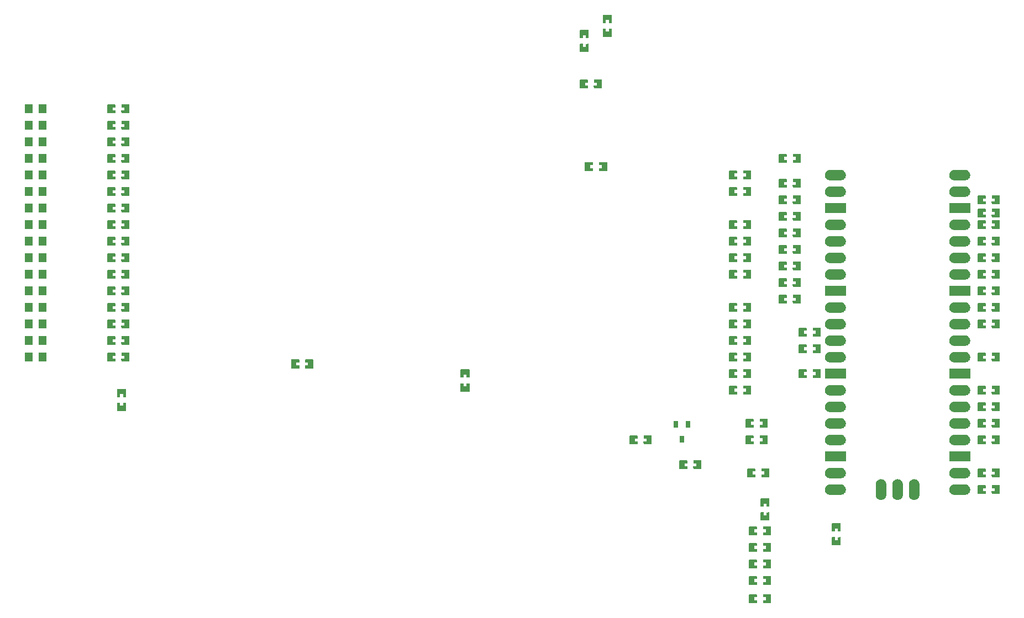
<source format=gtp>
G04 Layer: TopPasteMaskLayer*
G04 EasyEDA v6.5.20, 2022-11-29 04:13:21*
G04 a67cddfb3fce44daa9051d46cbbcc19f,10*
G04 Gerber Generator version 0.2*
G04 Scale: 100 percent, Rotated: No, Reflected: No *
G04 Dimensions in inches *
G04 leading zeros omitted , absolute positions ,3 integer and 6 decimal *
%FSLAX36Y36*%
%MOIN*%

%AMMACRO1*4,1,4,-0.063,-0.0315,-0.063,0.0315,0.063,0.0315,0.063,-0.0315,-0.063,-0.0315,0*%
%ADD10R,0.0315X0.0394*%
%ADD11R,0.0512X0.0551*%
%ADD12MACRO1*%

%LPD*%
G36*
X6269680Y877159D02*
G01*
X6267720Y875200D01*
X6267920Y858660D01*
X6285240Y858660D01*
X6285240Y840939D01*
X6267519Y840939D01*
X6267720Y824800D01*
X6269680Y822840D01*
X6314960Y822840D01*
X6316940Y824800D01*
X6316940Y875200D01*
X6314960Y877159D01*
G37*
G36*
X6185040Y877159D02*
G01*
X6183080Y875200D01*
X6183080Y824800D01*
X6185040Y822840D01*
X6230320Y822840D01*
X6232279Y824800D01*
X6232080Y840939D01*
X6214760Y840939D01*
X6214760Y858660D01*
X6232279Y858660D01*
X6232279Y875200D01*
X6230320Y877159D01*
G37*
G36*
X4169680Y1077160D02*
G01*
X4167720Y1075200D01*
X4167919Y1058660D01*
X4185240Y1058660D01*
X4185240Y1040939D01*
X4167520Y1040939D01*
X4167720Y1024800D01*
X4169680Y1022840D01*
X4214960Y1022840D01*
X4216940Y1024800D01*
X4216940Y1075200D01*
X4214960Y1077160D01*
G37*
G36*
X4085040Y1077160D02*
G01*
X4083080Y1075200D01*
X4083080Y1024800D01*
X4085040Y1022840D01*
X4130320Y1022840D01*
X4132280Y1024800D01*
X4132080Y1040939D01*
X4114760Y1040939D01*
X4114760Y1058660D01*
X4132280Y1058660D01*
X4132280Y1075200D01*
X4130320Y1077160D01*
G37*
G36*
X4469680Y927159D02*
G01*
X4467720Y925200D01*
X4467920Y908660D01*
X4485240Y908660D01*
X4485240Y890939D01*
X4467520Y890939D01*
X4467720Y874800D01*
X4469680Y872840D01*
X4514960Y872840D01*
X4516940Y874800D01*
X4516940Y925200D01*
X4514960Y927159D01*
G37*
G36*
X4385040Y927159D02*
G01*
X4383080Y925200D01*
X4383080Y874800D01*
X4385040Y872840D01*
X4430320Y872840D01*
X4432280Y874800D01*
X4432080Y890939D01*
X4414760Y890939D01*
X4414760Y908660D01*
X4432280Y908660D01*
X4432280Y925200D01*
X4430320Y927159D01*
G37*
G36*
X5320940Y462480D02*
G01*
X5304800Y462280D01*
X5302840Y460319D01*
X5302840Y415040D01*
X5304800Y413060D01*
X5355200Y413060D01*
X5357160Y415040D01*
X5357160Y460319D01*
X5355200Y462280D01*
X5338660Y462080D01*
X5338660Y444760D01*
X5320940Y444760D01*
G37*
G36*
X5304800Y546920D02*
G01*
X5302840Y544960D01*
X5302840Y499680D01*
X5304800Y497720D01*
X5320940Y497920D01*
X5320940Y515240D01*
X5338660Y515240D01*
X5338660Y497720D01*
X5355200Y497720D01*
X5357160Y499680D01*
X5357160Y544960D01*
X5355200Y546920D01*
G37*
G36*
X4685040Y2677160D02*
G01*
X4683060Y2675200D01*
X4683060Y2624800D01*
X4685040Y2622840D01*
X4730320Y2622840D01*
X4732280Y2624800D01*
X4732080Y2641340D01*
X4714760Y2641340D01*
X4714760Y2659060D01*
X4732480Y2659060D01*
X4732280Y2675200D01*
X4730320Y2677160D01*
G37*
G36*
X4769680Y2677160D02*
G01*
X4767720Y2675200D01*
X4767920Y2659060D01*
X4785240Y2659060D01*
X4785240Y2641340D01*
X4767720Y2641340D01*
X4767720Y2624800D01*
X4769680Y2622840D01*
X4814960Y2622840D01*
X4816920Y2624800D01*
X4816920Y2675200D01*
X4814960Y2677160D01*
G37*
G36*
X4685040Y2577160D02*
G01*
X4683060Y2575200D01*
X4683060Y2524800D01*
X4685040Y2522840D01*
X4730320Y2522840D01*
X4732280Y2524800D01*
X4732080Y2541340D01*
X4714760Y2541340D01*
X4714760Y2559060D01*
X4732480Y2559060D01*
X4732280Y2575200D01*
X4730320Y2577160D01*
G37*
G36*
X4769680Y2577160D02*
G01*
X4767720Y2575200D01*
X4767920Y2559060D01*
X4785240Y2559060D01*
X4785240Y2541340D01*
X4767720Y2541340D01*
X4767720Y2524800D01*
X4769680Y2522840D01*
X4814960Y2522840D01*
X4816920Y2524800D01*
X4816920Y2575200D01*
X4814960Y2577160D01*
G37*
G36*
X4685040Y2377160D02*
G01*
X4683060Y2375200D01*
X4683060Y2324800D01*
X4685040Y2322840D01*
X4730320Y2322840D01*
X4732280Y2324800D01*
X4732080Y2341340D01*
X4714760Y2341340D01*
X4714760Y2359060D01*
X4732480Y2359060D01*
X4732280Y2375200D01*
X4730320Y2377160D01*
G37*
G36*
X4769680Y2377160D02*
G01*
X4767720Y2375200D01*
X4767920Y2359060D01*
X4785240Y2359060D01*
X4785240Y2341340D01*
X4767720Y2341340D01*
X4767720Y2324800D01*
X4769680Y2322840D01*
X4814960Y2322840D01*
X4816920Y2324800D01*
X4816920Y2375200D01*
X4814960Y2377160D01*
G37*
G36*
X4685040Y2277160D02*
G01*
X4683060Y2275200D01*
X4683060Y2224800D01*
X4685040Y2222840D01*
X4730320Y2222840D01*
X4732280Y2224800D01*
X4732080Y2241340D01*
X4714760Y2241340D01*
X4714760Y2259060D01*
X4732480Y2259060D01*
X4732280Y2275200D01*
X4730320Y2277160D01*
G37*
G36*
X4769680Y2277160D02*
G01*
X4767720Y2275200D01*
X4767920Y2259060D01*
X4785240Y2259060D01*
X4785240Y2241340D01*
X4767720Y2241340D01*
X4767720Y2224800D01*
X4769680Y2222840D01*
X4814960Y2222840D01*
X4816920Y2224800D01*
X4816920Y2275200D01*
X4814960Y2277160D01*
G37*
G36*
X4685040Y2177160D02*
G01*
X4683060Y2175200D01*
X4683060Y2124800D01*
X4685040Y2122840D01*
X4730320Y2122840D01*
X4732280Y2124800D01*
X4732080Y2141340D01*
X4714760Y2141340D01*
X4714760Y2159060D01*
X4732480Y2159060D01*
X4732280Y2175200D01*
X4730320Y2177160D01*
G37*
G36*
X4769680Y2177160D02*
G01*
X4767720Y2175200D01*
X4767920Y2159060D01*
X4785240Y2159060D01*
X4785240Y2141340D01*
X4767720Y2141340D01*
X4767720Y2124800D01*
X4769680Y2122840D01*
X4814960Y2122840D01*
X4816920Y2124800D01*
X4816920Y2175200D01*
X4814960Y2177160D01*
G37*
G36*
X4685040Y2077160D02*
G01*
X4683060Y2075200D01*
X4683060Y2024800D01*
X4685040Y2022840D01*
X4730320Y2022840D01*
X4732280Y2024800D01*
X4732080Y2041339D01*
X4714760Y2041339D01*
X4714760Y2059060D01*
X4732480Y2059060D01*
X4732280Y2075200D01*
X4730320Y2077160D01*
G37*
G36*
X4769680Y2077160D02*
G01*
X4767720Y2075200D01*
X4767920Y2059060D01*
X4785240Y2059060D01*
X4785240Y2041339D01*
X4767720Y2041339D01*
X4767720Y2024800D01*
X4769680Y2022840D01*
X4814960Y2022840D01*
X4816920Y2024800D01*
X4816920Y2075200D01*
X4814960Y2077160D01*
G37*
G36*
X4685040Y1877160D02*
G01*
X4683060Y1875200D01*
X4683060Y1824800D01*
X4685040Y1822840D01*
X4730320Y1822840D01*
X4732280Y1824800D01*
X4732080Y1841339D01*
X4714760Y1841339D01*
X4714760Y1859060D01*
X4732480Y1859060D01*
X4732280Y1875200D01*
X4730320Y1877160D01*
G37*
G36*
X4769680Y1877160D02*
G01*
X4767720Y1875200D01*
X4767920Y1859060D01*
X4785240Y1859060D01*
X4785240Y1841339D01*
X4767720Y1841339D01*
X4767720Y1824800D01*
X4769680Y1822840D01*
X4814960Y1822840D01*
X4816920Y1824800D01*
X4816920Y1875200D01*
X4814960Y1877160D01*
G37*
G36*
X4685040Y1777160D02*
G01*
X4683060Y1775200D01*
X4683060Y1724800D01*
X4685040Y1722840D01*
X4730320Y1722840D01*
X4732280Y1724800D01*
X4732080Y1741339D01*
X4714760Y1741339D01*
X4714760Y1759060D01*
X4732480Y1759060D01*
X4732280Y1775200D01*
X4730320Y1777160D01*
G37*
G36*
X4769680Y1777160D02*
G01*
X4767720Y1775200D01*
X4767920Y1759060D01*
X4785240Y1759060D01*
X4785240Y1741339D01*
X4767720Y1741339D01*
X4767720Y1724800D01*
X4769680Y1722840D01*
X4814960Y1722840D01*
X4816920Y1724800D01*
X4816920Y1775200D01*
X4814960Y1777160D01*
G37*
G36*
X4685040Y1677160D02*
G01*
X4683060Y1675200D01*
X4683060Y1624800D01*
X4685040Y1622840D01*
X4730320Y1622840D01*
X4732280Y1624800D01*
X4732080Y1641339D01*
X4714760Y1641339D01*
X4714760Y1659060D01*
X4732480Y1659060D01*
X4732280Y1675200D01*
X4730320Y1677160D01*
G37*
G36*
X4769680Y1677160D02*
G01*
X4767720Y1675200D01*
X4767920Y1659060D01*
X4785240Y1659060D01*
X4785240Y1641339D01*
X4767720Y1641339D01*
X4767720Y1624800D01*
X4769680Y1622840D01*
X4814960Y1622840D01*
X4816920Y1624800D01*
X4816920Y1675200D01*
X4814960Y1677160D01*
G37*
G36*
X4685040Y1577160D02*
G01*
X4683060Y1575200D01*
X4683060Y1524800D01*
X4685040Y1522840D01*
X4730320Y1522840D01*
X4732280Y1524800D01*
X4732080Y1541339D01*
X4714760Y1541339D01*
X4714760Y1559060D01*
X4732480Y1559060D01*
X4732280Y1575200D01*
X4730320Y1577160D01*
G37*
G36*
X4769680Y1577160D02*
G01*
X4767720Y1575200D01*
X4767920Y1559060D01*
X4785240Y1559060D01*
X4785240Y1541339D01*
X4767720Y1541339D01*
X4767720Y1524800D01*
X4769680Y1522840D01*
X4814960Y1522840D01*
X4816920Y1524800D01*
X4816920Y1575200D01*
X4814960Y1577160D01*
G37*
G36*
X4685040Y1477160D02*
G01*
X4683060Y1475200D01*
X4683060Y1424800D01*
X4685040Y1422840D01*
X4730320Y1422840D01*
X4732280Y1424800D01*
X4732080Y1441339D01*
X4714760Y1441339D01*
X4714760Y1459060D01*
X4732480Y1459060D01*
X4732280Y1475200D01*
X4730320Y1477160D01*
G37*
G36*
X4769680Y1477160D02*
G01*
X4767720Y1475200D01*
X4767920Y1459060D01*
X4785240Y1459060D01*
X4785240Y1441339D01*
X4767720Y1441339D01*
X4767720Y1424800D01*
X4769680Y1422840D01*
X4814960Y1422840D01*
X4816920Y1424800D01*
X4816920Y1475200D01*
X4814960Y1477160D01*
G37*
G36*
X4685040Y1377160D02*
G01*
X4683060Y1375200D01*
X4683060Y1324800D01*
X4685040Y1322840D01*
X4730320Y1322840D01*
X4732280Y1324800D01*
X4732080Y1341339D01*
X4714760Y1341339D01*
X4714760Y1359060D01*
X4732480Y1359060D01*
X4732280Y1375200D01*
X4730320Y1377160D01*
G37*
G36*
X4769680Y1377160D02*
G01*
X4767720Y1375200D01*
X4767920Y1359060D01*
X4785240Y1359060D01*
X4785240Y1341339D01*
X4767720Y1341339D01*
X4767720Y1324800D01*
X4769680Y1322840D01*
X4814960Y1322840D01*
X4816920Y1324800D01*
X4816920Y1375200D01*
X4814960Y1377160D01*
G37*
G36*
X4785040Y1177160D02*
G01*
X4783060Y1175200D01*
X4783060Y1124800D01*
X4785040Y1122840D01*
X4830320Y1122840D01*
X4832280Y1124800D01*
X4832080Y1141340D01*
X4814760Y1141340D01*
X4814760Y1159060D01*
X4832480Y1159060D01*
X4832280Y1175200D01*
X4830320Y1177160D01*
G37*
G36*
X4869680Y1177160D02*
G01*
X4867720Y1175200D01*
X4867920Y1159060D01*
X4885240Y1159060D01*
X4885240Y1141340D01*
X4867720Y1141340D01*
X4867720Y1124800D01*
X4869680Y1122840D01*
X4914960Y1122840D01*
X4916920Y1124800D01*
X4916920Y1175200D01*
X4914960Y1177160D01*
G37*
G36*
X4785040Y1077160D02*
G01*
X4783060Y1075200D01*
X4783060Y1024800D01*
X4785040Y1022840D01*
X4830320Y1022840D01*
X4832280Y1024800D01*
X4832080Y1041340D01*
X4814760Y1041340D01*
X4814760Y1059060D01*
X4832480Y1059060D01*
X4832280Y1075200D01*
X4830320Y1077160D01*
G37*
G36*
X4869680Y1077160D02*
G01*
X4867720Y1075200D01*
X4867920Y1059060D01*
X4885240Y1059060D01*
X4885240Y1041340D01*
X4867720Y1041340D01*
X4867720Y1024800D01*
X4869680Y1022840D01*
X4914960Y1022840D01*
X4916920Y1024800D01*
X4916920Y1075200D01*
X4914960Y1077160D01*
G37*
G36*
X4795040Y877159D02*
G01*
X4793060Y875200D01*
X4793060Y824800D01*
X4795040Y822840D01*
X4840320Y822840D01*
X4842280Y824800D01*
X4842080Y841340D01*
X4824760Y841340D01*
X4824760Y859060D01*
X4842480Y859060D01*
X4842280Y875200D01*
X4840320Y877159D01*
G37*
G36*
X4879680Y877159D02*
G01*
X4877720Y875200D01*
X4877920Y859060D01*
X4895240Y859060D01*
X4895240Y841340D01*
X4877720Y841340D01*
X4877720Y824800D01*
X4879680Y822840D01*
X4924960Y822840D01*
X4926920Y824800D01*
X4926920Y875200D01*
X4924960Y877159D01*
G37*
G36*
X4874800Y696940D02*
G01*
X4872840Y694960D01*
X4872840Y649680D01*
X4874800Y647720D01*
X4891340Y647920D01*
X4891340Y665240D01*
X4909060Y665240D01*
X4909060Y647520D01*
X4925200Y647720D01*
X4927160Y649680D01*
X4927160Y694960D01*
X4925200Y696940D01*
G37*
G36*
X4874800Y612280D02*
G01*
X4872840Y610320D01*
X4872840Y565040D01*
X4874800Y563080D01*
X4925200Y563080D01*
X4927160Y565040D01*
X4927160Y610320D01*
X4925200Y612280D01*
X4909060Y612080D01*
X4909060Y594760D01*
X4891340Y594760D01*
X4891340Y612280D01*
G37*
G36*
X4805040Y227160D02*
G01*
X4803060Y225200D01*
X4803060Y174800D01*
X4805040Y172840D01*
X4850320Y172840D01*
X4852280Y174800D01*
X4852080Y191340D01*
X4834760Y191340D01*
X4834760Y209060D01*
X4852480Y209060D01*
X4852280Y225200D01*
X4850320Y227160D01*
G37*
G36*
X4889680Y227160D02*
G01*
X4887720Y225200D01*
X4887920Y209060D01*
X4905240Y209060D01*
X4905240Y191340D01*
X4887720Y191340D01*
X4887720Y174800D01*
X4889680Y172840D01*
X4934960Y172840D01*
X4936920Y174800D01*
X4936920Y225200D01*
X4934960Y227160D01*
G37*
G36*
X4805040Y327160D02*
G01*
X4803060Y325200D01*
X4803060Y274800D01*
X4805040Y272840D01*
X4850320Y272840D01*
X4852280Y274800D01*
X4852080Y291340D01*
X4834760Y291340D01*
X4834760Y309060D01*
X4852480Y309060D01*
X4852280Y325200D01*
X4850320Y327160D01*
G37*
G36*
X4889680Y327160D02*
G01*
X4887720Y325200D01*
X4887920Y309060D01*
X4905240Y309060D01*
X4905240Y291340D01*
X4887720Y291340D01*
X4887720Y274800D01*
X4889680Y272840D01*
X4934960Y272840D01*
X4936920Y274800D01*
X4936920Y325200D01*
X4934960Y327160D01*
G37*
G36*
X4805040Y427160D02*
G01*
X4803060Y425200D01*
X4803060Y374799D01*
X4805040Y372840D01*
X4850320Y372840D01*
X4852280Y374799D01*
X4852080Y391340D01*
X4834760Y391340D01*
X4834760Y409060D01*
X4852480Y409060D01*
X4852280Y425200D01*
X4850320Y427160D01*
G37*
G36*
X4889680Y427160D02*
G01*
X4887720Y425200D01*
X4887920Y409060D01*
X4905240Y409060D01*
X4905240Y391340D01*
X4887720Y391340D01*
X4887720Y374799D01*
X4889680Y372840D01*
X4934960Y372840D01*
X4936920Y374799D01*
X4936920Y425200D01*
X4934960Y427160D01*
G37*
G36*
X4805040Y527160D02*
G01*
X4803060Y525200D01*
X4803060Y474799D01*
X4805040Y472840D01*
X4850320Y472840D01*
X4852280Y474799D01*
X4852080Y491340D01*
X4834760Y491340D01*
X4834760Y509060D01*
X4852480Y509060D01*
X4852280Y525200D01*
X4850320Y527160D01*
G37*
G36*
X4889680Y527160D02*
G01*
X4887720Y525200D01*
X4887920Y509060D01*
X4905240Y509060D01*
X4905240Y491340D01*
X4887720Y491340D01*
X4887720Y474799D01*
X4889680Y472840D01*
X4934960Y472840D01*
X4936920Y474799D01*
X4936920Y525200D01*
X4934960Y527160D01*
G37*
G36*
X4805040Y117160D02*
G01*
X4803060Y115200D01*
X4803060Y64800D01*
X4805040Y62840D01*
X4850320Y62840D01*
X4852280Y64800D01*
X4852080Y81340D01*
X4834760Y81340D01*
X4834760Y99060D01*
X4852480Y99060D01*
X4852280Y115200D01*
X4850320Y117160D01*
G37*
G36*
X4889680Y117160D02*
G01*
X4887720Y115200D01*
X4887920Y99060D01*
X4905240Y99060D01*
X4905240Y81340D01*
X4887720Y81340D01*
X4887720Y64800D01*
X4889680Y62840D01*
X4934960Y62840D01*
X4936920Y64800D01*
X4936920Y115200D01*
X4934960Y117160D01*
G37*
G36*
X5105040Y1477160D02*
G01*
X5103060Y1475200D01*
X5103060Y1424800D01*
X5105040Y1422840D01*
X5150320Y1422840D01*
X5152279Y1424800D01*
X5152080Y1441339D01*
X5134760Y1441339D01*
X5134760Y1459060D01*
X5152480Y1459060D01*
X5152279Y1475200D01*
X5150320Y1477160D01*
G37*
G36*
X5189680Y1477160D02*
G01*
X5187720Y1475200D01*
X5187920Y1459060D01*
X5205240Y1459060D01*
X5205240Y1441339D01*
X5187720Y1441339D01*
X5187720Y1424800D01*
X5189680Y1422840D01*
X5234960Y1422840D01*
X5236920Y1424800D01*
X5236920Y1475200D01*
X5234960Y1477160D01*
G37*
G36*
X5105040Y1627160D02*
G01*
X5103060Y1625200D01*
X5103060Y1574800D01*
X5105040Y1572840D01*
X5150320Y1572840D01*
X5152279Y1574800D01*
X5152080Y1591339D01*
X5134760Y1591339D01*
X5134760Y1609060D01*
X5152480Y1609060D01*
X5152279Y1625200D01*
X5150320Y1627160D01*
G37*
G36*
X5189680Y1627160D02*
G01*
X5187720Y1625200D01*
X5187920Y1609060D01*
X5205240Y1609060D01*
X5205240Y1591339D01*
X5187720Y1591339D01*
X5187720Y1574800D01*
X5189680Y1572840D01*
X5234960Y1572840D01*
X5236920Y1574800D01*
X5236920Y1625200D01*
X5234960Y1627160D01*
G37*
G36*
X5105040Y1727160D02*
G01*
X5103060Y1725200D01*
X5103060Y1674800D01*
X5105040Y1672840D01*
X5150320Y1672840D01*
X5152279Y1674800D01*
X5152080Y1691339D01*
X5134760Y1691339D01*
X5134760Y1709060D01*
X5152480Y1709060D01*
X5152279Y1725200D01*
X5150320Y1727160D01*
G37*
G36*
X5189680Y1727160D02*
G01*
X5187720Y1725200D01*
X5187920Y1709060D01*
X5205240Y1709060D01*
X5205240Y1691339D01*
X5187720Y1691339D01*
X5187720Y1674800D01*
X5189680Y1672840D01*
X5234960Y1672840D01*
X5236920Y1674800D01*
X5236920Y1725200D01*
X5234960Y1727160D01*
G37*
G36*
X6269680Y1977160D02*
G01*
X6267720Y1975200D01*
X6267920Y1958660D01*
X6285240Y1958660D01*
X6285240Y1940940D01*
X6267519Y1940940D01*
X6267720Y1924800D01*
X6269680Y1922840D01*
X6314960Y1922840D01*
X6316940Y1924800D01*
X6316940Y1975200D01*
X6314960Y1977160D01*
G37*
G36*
X6185040Y1977160D02*
G01*
X6183080Y1975200D01*
X6183080Y1924800D01*
X6185040Y1922840D01*
X6230320Y1922840D01*
X6232279Y1924800D01*
X6232080Y1940940D01*
X6214760Y1940940D01*
X6214760Y1958660D01*
X6232279Y1958660D01*
X6232279Y1975200D01*
X6230320Y1977160D01*
G37*
G36*
X6269680Y2177160D02*
G01*
X6267720Y2175200D01*
X6267920Y2158660D01*
X6285240Y2158660D01*
X6285240Y2140940D01*
X6267519Y2140940D01*
X6267720Y2124800D01*
X6269680Y2122840D01*
X6314960Y2122840D01*
X6316940Y2124800D01*
X6316940Y2175200D01*
X6314960Y2177160D01*
G37*
G36*
X6185040Y2177160D02*
G01*
X6183080Y2175200D01*
X6183080Y2124800D01*
X6185040Y2122840D01*
X6230320Y2122840D01*
X6232279Y2124800D01*
X6232080Y2140940D01*
X6214760Y2140940D01*
X6214760Y2158660D01*
X6232279Y2158660D01*
X6232279Y2175200D01*
X6230320Y2177160D01*
G37*
G36*
X6269680Y2277160D02*
G01*
X6267720Y2275200D01*
X6267920Y2258660D01*
X6285240Y2258660D01*
X6285240Y2240940D01*
X6267519Y2240940D01*
X6267720Y2224800D01*
X6269680Y2222840D01*
X6314960Y2222840D01*
X6316940Y2224800D01*
X6316940Y2275200D01*
X6314960Y2277160D01*
G37*
G36*
X6185040Y2277160D02*
G01*
X6183080Y2275200D01*
X6183080Y2224800D01*
X6185040Y2222840D01*
X6230320Y2222840D01*
X6232279Y2224800D01*
X6232080Y2240940D01*
X6214760Y2240940D01*
X6214760Y2258660D01*
X6232279Y2258660D01*
X6232279Y2275200D01*
X6230320Y2277160D01*
G37*
G36*
X6269680Y2377160D02*
G01*
X6267720Y2375200D01*
X6267920Y2358660D01*
X6285240Y2358660D01*
X6285240Y2340940D01*
X6267519Y2340940D01*
X6267720Y2324800D01*
X6269680Y2322840D01*
X6314960Y2322840D01*
X6316940Y2324800D01*
X6316940Y2375200D01*
X6314960Y2377160D01*
G37*
G36*
X6185040Y2377160D02*
G01*
X6183080Y2375200D01*
X6183080Y2324800D01*
X6185040Y2322840D01*
X6230320Y2322840D01*
X6232279Y2324800D01*
X6232080Y2340940D01*
X6214760Y2340940D01*
X6214760Y2358660D01*
X6232279Y2358660D01*
X6232279Y2375200D01*
X6230320Y2377160D01*
G37*
G36*
X6269680Y2447160D02*
G01*
X6267720Y2445200D01*
X6267920Y2428660D01*
X6285240Y2428660D01*
X6285240Y2410940D01*
X6267519Y2410940D01*
X6267720Y2394800D01*
X6269680Y2392840D01*
X6314960Y2392840D01*
X6316940Y2394800D01*
X6316940Y2445200D01*
X6314960Y2447160D01*
G37*
G36*
X6185040Y2447160D02*
G01*
X6183080Y2445200D01*
X6183080Y2394800D01*
X6185040Y2392840D01*
X6230320Y2392840D01*
X6232279Y2394800D01*
X6232080Y2410940D01*
X6214760Y2410940D01*
X6214760Y2428660D01*
X6232279Y2428660D01*
X6232279Y2445200D01*
X6230320Y2447160D01*
G37*
G36*
X6269680Y2527160D02*
G01*
X6267720Y2525200D01*
X6267920Y2508660D01*
X6285240Y2508660D01*
X6285240Y2490940D01*
X6267519Y2490940D01*
X6267720Y2474800D01*
X6269680Y2472840D01*
X6314960Y2472840D01*
X6316940Y2474800D01*
X6316940Y2525200D01*
X6314960Y2527160D01*
G37*
G36*
X6185040Y2527160D02*
G01*
X6183080Y2525200D01*
X6183080Y2474800D01*
X6185040Y2472840D01*
X6230320Y2472840D01*
X6232279Y2474800D01*
X6232080Y2490940D01*
X6214760Y2490940D01*
X6214760Y2508660D01*
X6232279Y2508660D01*
X6232279Y2525200D01*
X6230320Y2527160D01*
G37*
G36*
X4985040Y2777160D02*
G01*
X4983060Y2775200D01*
X4983060Y2724800D01*
X4985040Y2722840D01*
X5030320Y2722840D01*
X5032280Y2724800D01*
X5032080Y2741340D01*
X5014760Y2741340D01*
X5014760Y2759060D01*
X5032480Y2759060D01*
X5032280Y2775200D01*
X5030320Y2777160D01*
G37*
G36*
X5069680Y2777160D02*
G01*
X5067720Y2775200D01*
X5067920Y2759060D01*
X5085240Y2759060D01*
X5085240Y2741340D01*
X5067720Y2741340D01*
X5067720Y2724800D01*
X5069680Y2722840D01*
X5114960Y2722840D01*
X5116920Y2724800D01*
X5116920Y2775200D01*
X5114960Y2777160D01*
G37*
G36*
X6269680Y777159D02*
G01*
X6267720Y775200D01*
X6267920Y758660D01*
X6285240Y758660D01*
X6285240Y740939D01*
X6267519Y740939D01*
X6267720Y724800D01*
X6269680Y722840D01*
X6314960Y722840D01*
X6316940Y724800D01*
X6316940Y775200D01*
X6314960Y777159D01*
G37*
G36*
X6185040Y777159D02*
G01*
X6183080Y775200D01*
X6183080Y724800D01*
X6185040Y722840D01*
X6230320Y722840D01*
X6232279Y724800D01*
X6232080Y740939D01*
X6214760Y740939D01*
X6214760Y758660D01*
X6232279Y758660D01*
X6232279Y775200D01*
X6230320Y777159D01*
G37*
G36*
X6269680Y1077160D02*
G01*
X6267720Y1075200D01*
X6267920Y1058660D01*
X6285240Y1058660D01*
X6285240Y1040939D01*
X6267519Y1040939D01*
X6267720Y1024800D01*
X6269680Y1022840D01*
X6314960Y1022840D01*
X6316940Y1024800D01*
X6316940Y1075200D01*
X6314960Y1077160D01*
G37*
G36*
X6185040Y1077160D02*
G01*
X6183080Y1075200D01*
X6183080Y1024800D01*
X6185040Y1022840D01*
X6230320Y1022840D01*
X6232279Y1024800D01*
X6232080Y1040939D01*
X6214760Y1040939D01*
X6214760Y1058660D01*
X6232279Y1058660D01*
X6232279Y1075200D01*
X6230320Y1077160D01*
G37*
G36*
X6269680Y1177160D02*
G01*
X6267720Y1175200D01*
X6267920Y1158660D01*
X6285240Y1158660D01*
X6285240Y1140940D01*
X6267519Y1140940D01*
X6267720Y1124800D01*
X6269680Y1122840D01*
X6314960Y1122840D01*
X6316940Y1124800D01*
X6316940Y1175200D01*
X6314960Y1177160D01*
G37*
G36*
X6185040Y1177160D02*
G01*
X6183080Y1175200D01*
X6183080Y1124800D01*
X6185040Y1122840D01*
X6230320Y1122840D01*
X6232279Y1124800D01*
X6232080Y1140940D01*
X6214760Y1140940D01*
X6214760Y1158660D01*
X6232279Y1158660D01*
X6232279Y1175200D01*
X6230320Y1177160D01*
G37*
G36*
X6269680Y1277160D02*
G01*
X6267720Y1275200D01*
X6267920Y1258660D01*
X6285240Y1258660D01*
X6285240Y1240940D01*
X6267519Y1240940D01*
X6267720Y1224800D01*
X6269680Y1222840D01*
X6314960Y1222840D01*
X6316940Y1224800D01*
X6316940Y1275200D01*
X6314960Y1277160D01*
G37*
G36*
X6185040Y1277160D02*
G01*
X6183080Y1275200D01*
X6183080Y1224800D01*
X6185040Y1222840D01*
X6230320Y1222840D01*
X6232279Y1224800D01*
X6232080Y1240940D01*
X6214760Y1240940D01*
X6214760Y1258660D01*
X6232279Y1258660D01*
X6232279Y1275200D01*
X6230320Y1277160D01*
G37*
G36*
X6269680Y1377160D02*
G01*
X6267720Y1375200D01*
X6267920Y1358660D01*
X6285240Y1358660D01*
X6285240Y1340940D01*
X6267519Y1340940D01*
X6267720Y1324800D01*
X6269680Y1322840D01*
X6314960Y1322840D01*
X6316940Y1324800D01*
X6316940Y1375200D01*
X6314960Y1377160D01*
G37*
G36*
X6185040Y1377160D02*
G01*
X6183080Y1375200D01*
X6183080Y1324800D01*
X6185040Y1322840D01*
X6230320Y1322840D01*
X6232279Y1324800D01*
X6232080Y1340940D01*
X6214760Y1340940D01*
X6214760Y1358660D01*
X6232279Y1358660D01*
X6232279Y1375200D01*
X6230320Y1377160D01*
G37*
G36*
X6269680Y1577160D02*
G01*
X6267720Y1575200D01*
X6267920Y1558660D01*
X6285240Y1558660D01*
X6285240Y1540940D01*
X6267519Y1540940D01*
X6267720Y1524800D01*
X6269680Y1522840D01*
X6314960Y1522840D01*
X6316940Y1524800D01*
X6316940Y1575200D01*
X6314960Y1577160D01*
G37*
G36*
X6185040Y1577160D02*
G01*
X6183080Y1575200D01*
X6183080Y1524800D01*
X6185040Y1522840D01*
X6230320Y1522840D01*
X6232279Y1524800D01*
X6232080Y1540940D01*
X6214760Y1540940D01*
X6214760Y1558660D01*
X6232279Y1558660D01*
X6232279Y1575200D01*
X6230320Y1577160D01*
G37*
G36*
X6269680Y1777160D02*
G01*
X6267720Y1775200D01*
X6267920Y1758660D01*
X6285240Y1758660D01*
X6285240Y1740940D01*
X6267519Y1740940D01*
X6267720Y1724800D01*
X6269680Y1722840D01*
X6314960Y1722840D01*
X6316940Y1724800D01*
X6316940Y1775200D01*
X6314960Y1777160D01*
G37*
G36*
X6185040Y1777160D02*
G01*
X6183080Y1775200D01*
X6183080Y1724800D01*
X6185040Y1722840D01*
X6230320Y1722840D01*
X6232279Y1724800D01*
X6232080Y1740940D01*
X6214760Y1740940D01*
X6214760Y1758660D01*
X6232279Y1758660D01*
X6232279Y1775200D01*
X6230320Y1777160D01*
G37*
G36*
X6269680Y1877160D02*
G01*
X6267720Y1875200D01*
X6267920Y1858660D01*
X6285240Y1858660D01*
X6285240Y1840940D01*
X6267519Y1840940D01*
X6267720Y1824800D01*
X6269680Y1822840D01*
X6314960Y1822840D01*
X6316940Y1824800D01*
X6316940Y1875200D01*
X6314960Y1877160D01*
G37*
G36*
X6185040Y1877160D02*
G01*
X6183080Y1875200D01*
X6183080Y1824800D01*
X6185040Y1822840D01*
X6230320Y1822840D01*
X6232279Y1824800D01*
X6232080Y1840940D01*
X6214760Y1840940D01*
X6214760Y1858660D01*
X6232279Y1858660D01*
X6232279Y1875200D01*
X6230320Y1877160D01*
G37*
G36*
X6269680Y2077160D02*
G01*
X6267720Y2075200D01*
X6267920Y2058660D01*
X6285240Y2058660D01*
X6285240Y2040940D01*
X6267519Y2040940D01*
X6267720Y2024800D01*
X6269680Y2022840D01*
X6314960Y2022840D01*
X6316940Y2024800D01*
X6316940Y2075200D01*
X6314960Y2077160D01*
G37*
G36*
X6185040Y2077160D02*
G01*
X6183080Y2075200D01*
X6183080Y2024800D01*
X6185040Y2022840D01*
X6230320Y2022840D01*
X6232279Y2024800D01*
X6232080Y2040940D01*
X6214760Y2040940D01*
X6214760Y2058660D01*
X6232279Y2058660D01*
X6232279Y2075200D01*
X6230320Y2077160D01*
G37*
G36*
X5069680Y2627160D02*
G01*
X5067720Y2625200D01*
X5067920Y2608660D01*
X5085240Y2608660D01*
X5085240Y2590940D01*
X5067520Y2590940D01*
X5067720Y2574800D01*
X5069680Y2572840D01*
X5114960Y2572840D01*
X5116940Y2574800D01*
X5116940Y2625200D01*
X5114960Y2627160D01*
G37*
G36*
X4985040Y2627160D02*
G01*
X4983080Y2625200D01*
X4983080Y2574800D01*
X4985040Y2572840D01*
X5030320Y2572840D01*
X5032280Y2574800D01*
X5032080Y2590940D01*
X5014760Y2590940D01*
X5014760Y2608660D01*
X5032280Y2608660D01*
X5032280Y2625200D01*
X5030320Y2627160D01*
G37*
G36*
X5069680Y2527160D02*
G01*
X5067720Y2525200D01*
X5067920Y2508660D01*
X5085240Y2508660D01*
X5085240Y2490940D01*
X5067520Y2490940D01*
X5067720Y2474800D01*
X5069680Y2472840D01*
X5114960Y2472840D01*
X5116940Y2474800D01*
X5116940Y2525200D01*
X5114960Y2527160D01*
G37*
G36*
X4985040Y2527160D02*
G01*
X4983080Y2525200D01*
X4983080Y2474800D01*
X4985040Y2472840D01*
X5030320Y2472840D01*
X5032280Y2474800D01*
X5032080Y2490940D01*
X5014760Y2490940D01*
X5014760Y2508660D01*
X5032280Y2508660D01*
X5032280Y2525200D01*
X5030320Y2527160D01*
G37*
G36*
X5069680Y2427160D02*
G01*
X5067720Y2425200D01*
X5067920Y2408660D01*
X5085240Y2408660D01*
X5085240Y2390940D01*
X5067520Y2390940D01*
X5067720Y2374800D01*
X5069680Y2372840D01*
X5114960Y2372840D01*
X5116940Y2374800D01*
X5116940Y2425200D01*
X5114960Y2427160D01*
G37*
G36*
X4985040Y2427160D02*
G01*
X4983080Y2425200D01*
X4983080Y2374800D01*
X4985040Y2372840D01*
X5030320Y2372840D01*
X5032280Y2374800D01*
X5032080Y2390940D01*
X5014760Y2390940D01*
X5014760Y2408660D01*
X5032280Y2408660D01*
X5032280Y2425200D01*
X5030320Y2427160D01*
G37*
G36*
X5069680Y2327160D02*
G01*
X5067720Y2325200D01*
X5067920Y2308660D01*
X5085240Y2308660D01*
X5085240Y2290940D01*
X5067520Y2290940D01*
X5067720Y2274800D01*
X5069680Y2272840D01*
X5114960Y2272840D01*
X5116940Y2274800D01*
X5116940Y2325200D01*
X5114960Y2327160D01*
G37*
G36*
X4985040Y2327160D02*
G01*
X4983080Y2325200D01*
X4983080Y2274800D01*
X4985040Y2272840D01*
X5030320Y2272840D01*
X5032280Y2274800D01*
X5032080Y2290940D01*
X5014760Y2290940D01*
X5014760Y2308660D01*
X5032280Y2308660D01*
X5032280Y2325200D01*
X5030320Y2327160D01*
G37*
G36*
X5069680Y2227160D02*
G01*
X5067720Y2225200D01*
X5067920Y2208660D01*
X5085240Y2208660D01*
X5085240Y2190940D01*
X5067520Y2190940D01*
X5067720Y2174800D01*
X5069680Y2172840D01*
X5114960Y2172840D01*
X5116940Y2174800D01*
X5116940Y2225200D01*
X5114960Y2227160D01*
G37*
G36*
X4985040Y2227160D02*
G01*
X4983080Y2225200D01*
X4983080Y2174800D01*
X4985040Y2172840D01*
X5030320Y2172840D01*
X5032280Y2174800D01*
X5032080Y2190940D01*
X5014760Y2190940D01*
X5014760Y2208660D01*
X5032280Y2208660D01*
X5032280Y2225200D01*
X5030320Y2227160D01*
G37*
G36*
X5069680Y2127160D02*
G01*
X5067720Y2125200D01*
X5067920Y2108660D01*
X5085240Y2108660D01*
X5085240Y2090940D01*
X5067520Y2090940D01*
X5067720Y2074800D01*
X5069680Y2072840D01*
X5114960Y2072840D01*
X5116940Y2074800D01*
X5116940Y2125200D01*
X5114960Y2127160D01*
G37*
G36*
X4985040Y2127160D02*
G01*
X4983080Y2125200D01*
X4983080Y2074800D01*
X4985040Y2072840D01*
X5030320Y2072840D01*
X5032280Y2074800D01*
X5032080Y2090940D01*
X5014760Y2090940D01*
X5014760Y2108660D01*
X5032280Y2108660D01*
X5032280Y2125200D01*
X5030320Y2127160D01*
G37*
G36*
X5069680Y2027160D02*
G01*
X5067720Y2025200D01*
X5067920Y2008660D01*
X5085240Y2008660D01*
X5085240Y1990940D01*
X5067520Y1990940D01*
X5067720Y1974800D01*
X5069680Y1972840D01*
X5114960Y1972840D01*
X5116940Y1974800D01*
X5116940Y2025200D01*
X5114960Y2027160D01*
G37*
G36*
X4985040Y2027160D02*
G01*
X4983080Y2025200D01*
X4983080Y1974800D01*
X4985040Y1972840D01*
X5030320Y1972840D01*
X5032280Y1974800D01*
X5032080Y1990940D01*
X5014760Y1990940D01*
X5014760Y2008660D01*
X5032280Y2008660D01*
X5032280Y2025200D01*
X5030320Y2027160D01*
G37*
G36*
X5069680Y1927160D02*
G01*
X5067720Y1925200D01*
X5067920Y1908660D01*
X5085240Y1908660D01*
X5085240Y1890940D01*
X5067520Y1890940D01*
X5067720Y1874800D01*
X5069680Y1872840D01*
X5114960Y1872840D01*
X5116940Y1874800D01*
X5116940Y1925200D01*
X5114960Y1927160D01*
G37*
G36*
X4985040Y1927160D02*
G01*
X4983080Y1925200D01*
X4983080Y1874800D01*
X4985040Y1872840D01*
X5030320Y1872840D01*
X5032280Y1874800D01*
X5032080Y1890940D01*
X5014760Y1890940D01*
X5014760Y1908660D01*
X5032280Y1908660D01*
X5032280Y1925200D01*
X5030320Y1927160D01*
G37*
G36*
X3816019Y2727960D02*
G01*
X3814060Y2725980D01*
X3814060Y2675600D01*
X3816019Y2673620D01*
X3861300Y2673620D01*
X3863260Y2675600D01*
X3863080Y2692120D01*
X3845740Y2692120D01*
X3845740Y2709840D01*
X3863460Y2709840D01*
X3863260Y2725980D01*
X3861300Y2727960D01*
G37*
G36*
X3900659Y2727960D02*
G01*
X3898700Y2725980D01*
X3898900Y2709840D01*
X3916220Y2709840D01*
X3916220Y2692120D01*
X3898700Y2692120D01*
X3898700Y2675600D01*
X3900659Y2673620D01*
X3945940Y2673620D01*
X3947919Y2675600D01*
X3947919Y2725980D01*
X3945940Y2727960D01*
G37*
G36*
X2128700Y1536380D02*
G01*
X2126740Y1534400D01*
X2126920Y1517880D01*
X2144260Y1517880D01*
X2144260Y1500160D01*
X2126540Y1500160D01*
X2126740Y1484019D01*
X2128700Y1482040D01*
X2173980Y1482040D01*
X2175940Y1484019D01*
X2175940Y1534400D01*
X2173980Y1536380D01*
G37*
G36*
X2044060Y1536380D02*
G01*
X2042080Y1534400D01*
X2042080Y1484019D01*
X2044060Y1482040D01*
X2089340Y1482040D01*
X2091300Y1484019D01*
X2091100Y1500160D01*
X2073779Y1500160D01*
X2073779Y1517880D01*
X2091300Y1517880D01*
X2091300Y1534400D01*
X2089340Y1536380D01*
G37*
G36*
X3065600Y1475940D02*
G01*
X3063620Y1473980D01*
X3063620Y1428700D01*
X3065600Y1426740D01*
X3082120Y1426920D01*
X3082120Y1444259D01*
X3099840Y1444259D01*
X3099840Y1426540D01*
X3115980Y1426740D01*
X3117960Y1428700D01*
X3117960Y1473980D01*
X3115980Y1475940D01*
G37*
G36*
X3065600Y1391300D02*
G01*
X3063620Y1389340D01*
X3063620Y1344060D01*
X3065600Y1342080D01*
X3115980Y1342080D01*
X3117960Y1344060D01*
X3117960Y1389340D01*
X3115980Y1391300D01*
X3099840Y1391100D01*
X3099840Y1373779D01*
X3082120Y1373779D01*
X3082120Y1391300D01*
G37*
G36*
X1010160Y1273460D02*
G01*
X994020Y1273260D01*
X992039Y1271300D01*
X992039Y1226020D01*
X994020Y1224060D01*
X1044400Y1224060D01*
X1046380Y1226020D01*
X1046380Y1271300D01*
X1044400Y1273260D01*
X1027880Y1273080D01*
X1027880Y1255740D01*
X1010160Y1255740D01*
G37*
G36*
X994020Y1357920D02*
G01*
X992039Y1355940D01*
X992039Y1310660D01*
X994020Y1308700D01*
X1010160Y1308899D01*
X1010160Y1326220D01*
X1027880Y1326220D01*
X1027880Y1308700D01*
X1044400Y1308700D01*
X1046380Y1310660D01*
X1046380Y1355940D01*
X1044400Y1357920D01*
G37*
G36*
X1019680Y2677160D02*
G01*
X1017720Y2675200D01*
X1017920Y2658660D01*
X1035240Y2658660D01*
X1035240Y2640940D01*
X1017520Y2640940D01*
X1017720Y2624800D01*
X1019680Y2622840D01*
X1064960Y2622840D01*
X1066940Y2624800D01*
X1066940Y2675200D01*
X1064960Y2677160D01*
G37*
G36*
X935040Y2677160D02*
G01*
X933080Y2675200D01*
X933080Y2624800D01*
X935040Y2622840D01*
X980320Y2622840D01*
X982280Y2624800D01*
X982080Y2640940D01*
X964760Y2640940D01*
X964760Y2658660D01*
X982280Y2658660D01*
X982280Y2675200D01*
X980320Y2677160D01*
G37*
G36*
X1019680Y2577160D02*
G01*
X1017720Y2575200D01*
X1017920Y2558660D01*
X1035240Y2558660D01*
X1035240Y2540940D01*
X1017520Y2540940D01*
X1017720Y2524800D01*
X1019680Y2522840D01*
X1064960Y2522840D01*
X1066940Y2524800D01*
X1066940Y2575200D01*
X1064960Y2577160D01*
G37*
G36*
X935040Y2577160D02*
G01*
X933080Y2575200D01*
X933080Y2524800D01*
X935040Y2522840D01*
X980320Y2522840D01*
X982280Y2524800D01*
X982080Y2540940D01*
X964760Y2540940D01*
X964760Y2558660D01*
X982280Y2558660D01*
X982280Y2575200D01*
X980320Y2577160D01*
G37*
G36*
X1019680Y2477160D02*
G01*
X1017720Y2475200D01*
X1017920Y2458660D01*
X1035240Y2458660D01*
X1035240Y2440940D01*
X1017520Y2440940D01*
X1017720Y2424800D01*
X1019680Y2422840D01*
X1064960Y2422840D01*
X1066940Y2424800D01*
X1066940Y2475200D01*
X1064960Y2477160D01*
G37*
G36*
X935040Y2477160D02*
G01*
X933080Y2475200D01*
X933080Y2424800D01*
X935040Y2422840D01*
X980320Y2422840D01*
X982280Y2424800D01*
X982080Y2440940D01*
X964760Y2440940D01*
X964760Y2458660D01*
X982280Y2458660D01*
X982280Y2475200D01*
X980320Y2477160D01*
G37*
G36*
X1019680Y2377160D02*
G01*
X1017720Y2375200D01*
X1017920Y2358660D01*
X1035240Y2358660D01*
X1035240Y2340940D01*
X1017520Y2340940D01*
X1017720Y2324800D01*
X1019680Y2322840D01*
X1064960Y2322840D01*
X1066940Y2324800D01*
X1066940Y2375200D01*
X1064960Y2377160D01*
G37*
G36*
X935040Y2377160D02*
G01*
X933080Y2375200D01*
X933080Y2324800D01*
X935040Y2322840D01*
X980320Y2322840D01*
X982280Y2324800D01*
X982080Y2340940D01*
X964760Y2340940D01*
X964760Y2358660D01*
X982280Y2358660D01*
X982280Y2375200D01*
X980320Y2377160D01*
G37*
G36*
X1019680Y2277160D02*
G01*
X1017720Y2275200D01*
X1017920Y2258660D01*
X1035240Y2258660D01*
X1035240Y2240940D01*
X1017520Y2240940D01*
X1017720Y2224800D01*
X1019680Y2222840D01*
X1064960Y2222840D01*
X1066940Y2224800D01*
X1066940Y2275200D01*
X1064960Y2277160D01*
G37*
G36*
X935040Y2277160D02*
G01*
X933080Y2275200D01*
X933080Y2224800D01*
X935040Y2222840D01*
X980320Y2222840D01*
X982280Y2224800D01*
X982080Y2240940D01*
X964760Y2240940D01*
X964760Y2258660D01*
X982280Y2258660D01*
X982280Y2275200D01*
X980320Y2277160D01*
G37*
G36*
X1019680Y2177160D02*
G01*
X1017720Y2175200D01*
X1017920Y2158660D01*
X1035240Y2158660D01*
X1035240Y2140940D01*
X1017520Y2140940D01*
X1017720Y2124800D01*
X1019680Y2122840D01*
X1064960Y2122840D01*
X1066940Y2124800D01*
X1066940Y2175200D01*
X1064960Y2177160D01*
G37*
G36*
X935040Y2177160D02*
G01*
X933080Y2175200D01*
X933080Y2124800D01*
X935040Y2122840D01*
X980320Y2122840D01*
X982280Y2124800D01*
X982080Y2140940D01*
X964760Y2140940D01*
X964760Y2158660D01*
X982280Y2158660D01*
X982280Y2175200D01*
X980320Y2177160D01*
G37*
G36*
X1019680Y2077160D02*
G01*
X1017720Y2075200D01*
X1017920Y2058660D01*
X1035240Y2058660D01*
X1035240Y2040940D01*
X1017520Y2040940D01*
X1017720Y2024800D01*
X1019680Y2022840D01*
X1064960Y2022840D01*
X1066940Y2024800D01*
X1066940Y2075200D01*
X1064960Y2077160D01*
G37*
G36*
X935040Y2077160D02*
G01*
X933080Y2075200D01*
X933080Y2024800D01*
X935040Y2022840D01*
X980320Y2022840D01*
X982280Y2024800D01*
X982080Y2040940D01*
X964760Y2040940D01*
X964760Y2058660D01*
X982280Y2058660D01*
X982280Y2075200D01*
X980320Y2077160D01*
G37*
G36*
X1019680Y1977160D02*
G01*
X1017720Y1975200D01*
X1017920Y1958660D01*
X1035240Y1958660D01*
X1035240Y1940940D01*
X1017520Y1940940D01*
X1017720Y1924800D01*
X1019680Y1922840D01*
X1064960Y1922840D01*
X1066940Y1924800D01*
X1066940Y1975200D01*
X1064960Y1977160D01*
G37*
G36*
X935040Y1977160D02*
G01*
X933080Y1975200D01*
X933080Y1924800D01*
X935040Y1922840D01*
X980320Y1922840D01*
X982280Y1924800D01*
X982080Y1940940D01*
X964760Y1940940D01*
X964760Y1958660D01*
X982280Y1958660D01*
X982280Y1975200D01*
X980320Y1977160D01*
G37*
G36*
X1019680Y1877160D02*
G01*
X1017720Y1875200D01*
X1017920Y1858660D01*
X1035240Y1858660D01*
X1035240Y1840940D01*
X1017520Y1840940D01*
X1017720Y1824800D01*
X1019680Y1822840D01*
X1064960Y1822840D01*
X1066940Y1824800D01*
X1066940Y1875200D01*
X1064960Y1877160D01*
G37*
G36*
X935040Y1877160D02*
G01*
X933080Y1875200D01*
X933080Y1824800D01*
X935040Y1822840D01*
X980320Y1822840D01*
X982280Y1824800D01*
X982080Y1840940D01*
X964760Y1840940D01*
X964760Y1858660D01*
X982280Y1858660D01*
X982280Y1875200D01*
X980320Y1877160D01*
G37*
G36*
X1019680Y1777160D02*
G01*
X1017720Y1775200D01*
X1017920Y1758660D01*
X1035240Y1758660D01*
X1035240Y1740940D01*
X1017520Y1740940D01*
X1017720Y1724800D01*
X1019680Y1722840D01*
X1064960Y1722840D01*
X1066940Y1724800D01*
X1066940Y1775200D01*
X1064960Y1777160D01*
G37*
G36*
X935040Y1777160D02*
G01*
X933080Y1775200D01*
X933080Y1724800D01*
X935040Y1722840D01*
X980320Y1722840D01*
X982280Y1724800D01*
X982080Y1740940D01*
X964760Y1740940D01*
X964760Y1758660D01*
X982280Y1758660D01*
X982280Y1775200D01*
X980320Y1777160D01*
G37*
G36*
X1019680Y1677160D02*
G01*
X1017720Y1675200D01*
X1017920Y1658660D01*
X1035240Y1658660D01*
X1035240Y1640940D01*
X1017520Y1640940D01*
X1017720Y1624800D01*
X1019680Y1622840D01*
X1064960Y1622840D01*
X1066940Y1624800D01*
X1066940Y1675200D01*
X1064960Y1677160D01*
G37*
G36*
X935040Y1677160D02*
G01*
X933080Y1675200D01*
X933080Y1624800D01*
X935040Y1622840D01*
X980320Y1622840D01*
X982280Y1624800D01*
X982080Y1640940D01*
X964760Y1640940D01*
X964760Y1658660D01*
X982280Y1658660D01*
X982280Y1675200D01*
X980320Y1677160D01*
G37*
G36*
X1019680Y1577160D02*
G01*
X1017720Y1575200D01*
X1017920Y1558660D01*
X1035240Y1558660D01*
X1035240Y1540940D01*
X1017520Y1540940D01*
X1017720Y1524800D01*
X1019680Y1522840D01*
X1064960Y1522840D01*
X1066940Y1524800D01*
X1066940Y1575200D01*
X1064960Y1577160D01*
G37*
G36*
X935040Y1577160D02*
G01*
X933080Y1575200D01*
X933080Y1524800D01*
X935040Y1522840D01*
X980320Y1522840D01*
X982280Y1524800D01*
X982080Y1540940D01*
X964760Y1540940D01*
X964760Y1558660D01*
X982280Y1558660D01*
X982280Y1575200D01*
X980320Y1577160D01*
G37*
G36*
X1019680Y3077160D02*
G01*
X1017720Y3075200D01*
X1017920Y3058660D01*
X1035240Y3058660D01*
X1035240Y3040940D01*
X1017520Y3040940D01*
X1017720Y3024800D01*
X1019680Y3022840D01*
X1064960Y3022840D01*
X1066940Y3024800D01*
X1066940Y3075200D01*
X1064960Y3077160D01*
G37*
G36*
X935040Y3077160D02*
G01*
X933080Y3075200D01*
X933080Y3024800D01*
X935040Y3022840D01*
X980320Y3022840D01*
X982280Y3024800D01*
X982080Y3040940D01*
X964760Y3040940D01*
X964760Y3058660D01*
X982280Y3058660D01*
X982280Y3075200D01*
X980320Y3077160D01*
G37*
G36*
X1019680Y2977160D02*
G01*
X1017720Y2975200D01*
X1017920Y2958660D01*
X1035240Y2958660D01*
X1035240Y2940940D01*
X1017520Y2940940D01*
X1017720Y2924800D01*
X1019680Y2922840D01*
X1064960Y2922840D01*
X1066940Y2924800D01*
X1066940Y2975200D01*
X1064960Y2977160D01*
G37*
G36*
X935040Y2977160D02*
G01*
X933080Y2975200D01*
X933080Y2924800D01*
X935040Y2922840D01*
X980320Y2922840D01*
X982280Y2924800D01*
X982080Y2940940D01*
X964760Y2940940D01*
X964760Y2958660D01*
X982280Y2958660D01*
X982280Y2975200D01*
X980320Y2977160D01*
G37*
G36*
X1019680Y2877160D02*
G01*
X1017720Y2875200D01*
X1017920Y2858660D01*
X1035240Y2858660D01*
X1035240Y2840940D01*
X1017520Y2840940D01*
X1017720Y2824800D01*
X1019680Y2822840D01*
X1064960Y2822840D01*
X1066940Y2824800D01*
X1066940Y2875200D01*
X1064960Y2877160D01*
G37*
G36*
X935040Y2877160D02*
G01*
X933080Y2875200D01*
X933080Y2824800D01*
X935040Y2822840D01*
X980320Y2822840D01*
X982280Y2824800D01*
X982080Y2840940D01*
X964760Y2840940D01*
X964760Y2858660D01*
X982280Y2858660D01*
X982280Y2875200D01*
X980320Y2877160D01*
G37*
G36*
X1019680Y2777160D02*
G01*
X1017720Y2775200D01*
X1017920Y2758660D01*
X1035240Y2758660D01*
X1035240Y2740940D01*
X1017520Y2740940D01*
X1017720Y2724800D01*
X1019680Y2722840D01*
X1064960Y2722840D01*
X1066940Y2724800D01*
X1066940Y2775200D01*
X1064960Y2777160D01*
G37*
G36*
X935040Y2777160D02*
G01*
X933080Y2775200D01*
X933080Y2724800D01*
X935040Y2722840D01*
X980320Y2722840D01*
X982280Y2724800D01*
X982080Y2740940D01*
X964760Y2740940D01*
X964760Y2758660D01*
X982280Y2758660D01*
X982280Y2775200D01*
X980320Y2777160D01*
G37*
G36*
X3940160Y3533460D02*
G01*
X3924020Y3533260D01*
X3922040Y3531300D01*
X3922040Y3486019D01*
X3924020Y3484060D01*
X3974400Y3484060D01*
X3976380Y3486019D01*
X3976380Y3531300D01*
X3974400Y3533260D01*
X3957880Y3533080D01*
X3957880Y3515740D01*
X3940160Y3515740D01*
G37*
G36*
X3924020Y3617919D02*
G01*
X3922040Y3615940D01*
X3922040Y3570659D01*
X3924020Y3568700D01*
X3940160Y3568900D01*
X3940160Y3586220D01*
X3957880Y3586220D01*
X3957880Y3568700D01*
X3974400Y3568700D01*
X3976380Y3570659D01*
X3976380Y3615940D01*
X3974400Y3617919D01*
G37*
G36*
X3869680Y3227160D02*
G01*
X3867720Y3225200D01*
X3867919Y3208660D01*
X3885240Y3208660D01*
X3885240Y3190940D01*
X3867520Y3190940D01*
X3867720Y3174800D01*
X3869680Y3172840D01*
X3914960Y3172840D01*
X3916940Y3174800D01*
X3916940Y3225200D01*
X3914960Y3227160D01*
G37*
G36*
X3785040Y3227160D02*
G01*
X3783080Y3225200D01*
X3783080Y3174800D01*
X3785040Y3172840D01*
X3830320Y3172840D01*
X3832280Y3174800D01*
X3832080Y3190940D01*
X3814760Y3190940D01*
X3814760Y3208660D01*
X3832280Y3208660D01*
X3832280Y3225200D01*
X3830320Y3227160D01*
G37*
G36*
X3800940Y3442480D02*
G01*
X3784800Y3442280D01*
X3782840Y3440320D01*
X3782840Y3395040D01*
X3784800Y3393060D01*
X3835200Y3393060D01*
X3837160Y3395040D01*
X3837160Y3440320D01*
X3835200Y3442280D01*
X3818660Y3442080D01*
X3818660Y3424760D01*
X3800940Y3424760D01*
G37*
G36*
X3784800Y3526920D02*
G01*
X3782840Y3524960D01*
X3782840Y3479680D01*
X3784800Y3477720D01*
X3800940Y3477919D01*
X3800940Y3495240D01*
X3818660Y3495240D01*
X3818660Y3477720D01*
X3835200Y3477720D01*
X3837160Y3479680D01*
X3837160Y3524960D01*
X3835200Y3526920D01*
G37*
D10*
G01*
X4362597Y1145273D03*
G01*
X4399997Y1054724D03*
G01*
X4437398Y1145273D03*
D11*
G01*
X541350Y2650000D03*
G01*
X458649Y2650000D03*
G01*
X541350Y2550000D03*
G01*
X458649Y2550000D03*
G01*
X541350Y2450000D03*
G01*
X458649Y2450000D03*
G01*
X541350Y2350000D03*
G01*
X458649Y2350000D03*
G01*
X541350Y2250000D03*
G01*
X458649Y2250000D03*
G01*
X541350Y2150000D03*
G01*
X458649Y2150000D03*
G01*
X541350Y2050000D03*
G01*
X458649Y2050000D03*
G01*
X541350Y1950000D03*
G01*
X458649Y1950000D03*
G01*
X541350Y1850000D03*
G01*
X458649Y1850000D03*
G01*
X541350Y1750000D03*
G01*
X458649Y1750000D03*
G01*
X541350Y1650000D03*
G01*
X458649Y1650000D03*
G01*
X541350Y1550000D03*
G01*
X458649Y1550000D03*
G36*
X6043500Y2618499D02*
G01*
X6039709Y2618730D01*
X6035969Y2619420D01*
X6032330Y2620549D01*
X6028869Y2622109D01*
X6025609Y2624079D01*
X6022619Y2626419D01*
X6019930Y2629109D01*
X6017579Y2632109D01*
X6015609Y2635359D01*
X6014049Y2638829D01*
X6012920Y2642460D01*
X6012240Y2646199D01*
X6012010Y2650000D01*
X6012240Y2653789D01*
X6012920Y2657539D01*
X6014049Y2661170D01*
X6015609Y2664640D01*
X6017579Y2667890D01*
X6019930Y2670880D01*
X6022619Y2673569D01*
X6025609Y2675920D01*
X6028869Y2677890D01*
X6032330Y2679450D01*
X6035969Y2680580D01*
X6039709Y2681260D01*
X6043500Y2681489D01*
X6106499Y2681489D01*
X6110290Y2681260D01*
X6114030Y2680580D01*
X6117659Y2679450D01*
X6121130Y2677890D01*
X6124390Y2675920D01*
X6127380Y2673569D01*
X6130069Y2670880D01*
X6132420Y2667890D01*
X6134380Y2664640D01*
X6135940Y2661170D01*
X6137079Y2657539D01*
X6137759Y2653789D01*
X6137990Y2650000D01*
X6137759Y2646199D01*
X6137079Y2642460D01*
X6135940Y2638829D01*
X6134380Y2635359D01*
X6132420Y2632109D01*
X6130069Y2629109D01*
X6127380Y2626419D01*
X6124390Y2624079D01*
X6121130Y2622109D01*
X6117659Y2620549D01*
X6114030Y2619420D01*
X6110290Y2618730D01*
X6106499Y2618499D01*
G37*
G36*
X6043500Y2518499D02*
G01*
X6039709Y2518730D01*
X6035969Y2519420D01*
X6032330Y2520549D01*
X6028869Y2522109D01*
X6025609Y2524079D01*
X6022619Y2526419D01*
X6019930Y2529109D01*
X6017579Y2532109D01*
X6015609Y2535359D01*
X6014049Y2538829D01*
X6012920Y2542460D01*
X6012240Y2546199D01*
X6012010Y2550000D01*
X6012240Y2553789D01*
X6012920Y2557539D01*
X6014049Y2561170D01*
X6015609Y2564640D01*
X6017579Y2567890D01*
X6019930Y2570880D01*
X6022619Y2573569D01*
X6025609Y2575920D01*
X6028869Y2577890D01*
X6032330Y2579450D01*
X6035969Y2580580D01*
X6039709Y2581260D01*
X6043500Y2581489D01*
X6106499Y2581489D01*
X6110290Y2581260D01*
X6114030Y2580580D01*
X6117659Y2579450D01*
X6121130Y2577890D01*
X6124390Y2575920D01*
X6127380Y2573569D01*
X6130069Y2570880D01*
X6132420Y2567890D01*
X6134380Y2564640D01*
X6135940Y2561170D01*
X6137079Y2557539D01*
X6137759Y2553789D01*
X6137990Y2550000D01*
X6137759Y2546199D01*
X6137079Y2542460D01*
X6135940Y2538829D01*
X6134380Y2535359D01*
X6132420Y2532109D01*
X6130069Y2529109D01*
X6127380Y2526419D01*
X6124390Y2524079D01*
X6121130Y2522109D01*
X6117659Y2520549D01*
X6114030Y2519420D01*
X6110290Y2518730D01*
X6106499Y2518499D01*
G37*
D12*
G01*
X6075000Y2449994D03*
G36*
X6043500Y2318499D02*
G01*
X6039709Y2318730D01*
X6035969Y2319420D01*
X6032330Y2320549D01*
X6028869Y2322109D01*
X6025609Y2324079D01*
X6022619Y2326419D01*
X6019930Y2329109D01*
X6017579Y2332109D01*
X6015609Y2335359D01*
X6014049Y2338829D01*
X6012920Y2342460D01*
X6012240Y2346199D01*
X6012010Y2350000D01*
X6012240Y2353800D01*
X6012920Y2357539D01*
X6014049Y2361170D01*
X6015609Y2364640D01*
X6017579Y2367890D01*
X6019930Y2370880D01*
X6022619Y2373569D01*
X6025609Y2375920D01*
X6028869Y2377890D01*
X6032330Y2379450D01*
X6035969Y2380580D01*
X6039709Y2381269D01*
X6043500Y2381489D01*
X6106499Y2381489D01*
X6110290Y2381269D01*
X6114030Y2380580D01*
X6117659Y2379450D01*
X6121130Y2377890D01*
X6124390Y2375920D01*
X6127380Y2373569D01*
X6130069Y2370880D01*
X6132420Y2367890D01*
X6134380Y2364640D01*
X6135940Y2361170D01*
X6137079Y2357539D01*
X6137759Y2353800D01*
X6137990Y2350000D01*
X6137759Y2346199D01*
X6137079Y2342460D01*
X6135940Y2338829D01*
X6134380Y2335359D01*
X6132420Y2332109D01*
X6130069Y2329109D01*
X6127380Y2326419D01*
X6124390Y2324079D01*
X6121130Y2322109D01*
X6117659Y2320549D01*
X6114030Y2319420D01*
X6110290Y2318730D01*
X6106499Y2318499D01*
G37*
G36*
X6043500Y2218499D02*
G01*
X6039709Y2218730D01*
X6035969Y2219420D01*
X6032330Y2220549D01*
X6028869Y2222109D01*
X6025609Y2224079D01*
X6022619Y2226419D01*
X6019930Y2229109D01*
X6017579Y2232109D01*
X6015609Y2235359D01*
X6014049Y2238829D01*
X6012920Y2242460D01*
X6012240Y2246199D01*
X6012010Y2250000D01*
X6012240Y2253800D01*
X6012920Y2257539D01*
X6014049Y2261170D01*
X6015609Y2264640D01*
X6017579Y2267890D01*
X6019930Y2270880D01*
X6022619Y2273569D01*
X6025609Y2275920D01*
X6028869Y2277890D01*
X6032330Y2279450D01*
X6035969Y2280580D01*
X6039709Y2281269D01*
X6043500Y2281489D01*
X6106499Y2281489D01*
X6110290Y2281269D01*
X6114030Y2280580D01*
X6117659Y2279450D01*
X6121130Y2277890D01*
X6124390Y2275920D01*
X6127380Y2273569D01*
X6130069Y2270880D01*
X6132420Y2267890D01*
X6134380Y2264640D01*
X6135940Y2261170D01*
X6137079Y2257539D01*
X6137759Y2253800D01*
X6137990Y2250000D01*
X6137759Y2246199D01*
X6137079Y2242460D01*
X6135940Y2238829D01*
X6134380Y2235359D01*
X6132420Y2232109D01*
X6130069Y2229109D01*
X6127380Y2226419D01*
X6124390Y2224079D01*
X6121130Y2222109D01*
X6117659Y2220549D01*
X6114030Y2219420D01*
X6110290Y2218730D01*
X6106499Y2218499D01*
G37*
G36*
X6043500Y2118499D02*
G01*
X6039709Y2118730D01*
X6035969Y2119420D01*
X6032330Y2120549D01*
X6028869Y2122109D01*
X6025609Y2124079D01*
X6022619Y2126419D01*
X6019930Y2129109D01*
X6017579Y2132109D01*
X6015609Y2135359D01*
X6014049Y2138829D01*
X6012920Y2142460D01*
X6012240Y2146199D01*
X6012010Y2150000D01*
X6012240Y2153800D01*
X6012920Y2157539D01*
X6014049Y2161170D01*
X6015609Y2164640D01*
X6017579Y2167890D01*
X6019930Y2170880D01*
X6022619Y2173569D01*
X6025609Y2175920D01*
X6028869Y2177890D01*
X6032330Y2179450D01*
X6035969Y2180580D01*
X6039709Y2181269D01*
X6043500Y2181500D01*
X6106499Y2181500D01*
X6110290Y2181269D01*
X6114030Y2180580D01*
X6117659Y2179450D01*
X6121130Y2177890D01*
X6124390Y2175920D01*
X6127380Y2173569D01*
X6130069Y2170880D01*
X6132420Y2167890D01*
X6134380Y2164640D01*
X6135940Y2161170D01*
X6137079Y2157539D01*
X6137759Y2153800D01*
X6137990Y2150000D01*
X6137759Y2146199D01*
X6137079Y2142460D01*
X6135940Y2138829D01*
X6134380Y2135359D01*
X6132420Y2132109D01*
X6130069Y2129109D01*
X6127380Y2126419D01*
X6124390Y2124079D01*
X6121130Y2122109D01*
X6117659Y2120549D01*
X6114030Y2119420D01*
X6110290Y2118730D01*
X6106499Y2118499D01*
G37*
G36*
X6043500Y2018499D02*
G01*
X6039709Y2018730D01*
X6035969Y2019420D01*
X6032330Y2020549D01*
X6028869Y2022109D01*
X6025609Y2024079D01*
X6022619Y2026419D01*
X6019930Y2029109D01*
X6017579Y2032109D01*
X6015609Y2035359D01*
X6014049Y2038829D01*
X6012920Y2042460D01*
X6012240Y2046199D01*
X6012010Y2050000D01*
X6012240Y2053800D01*
X6012920Y2057539D01*
X6014049Y2061170D01*
X6015609Y2064640D01*
X6017579Y2067890D01*
X6019930Y2070890D01*
X6022619Y2073569D01*
X6025609Y2075920D01*
X6028869Y2077890D01*
X6032330Y2079450D01*
X6035969Y2080580D01*
X6039709Y2081269D01*
X6043500Y2081500D01*
X6106499Y2081500D01*
X6110290Y2081269D01*
X6114030Y2080580D01*
X6117659Y2079450D01*
X6121130Y2077890D01*
X6124390Y2075920D01*
X6127380Y2073569D01*
X6130069Y2070890D01*
X6132420Y2067890D01*
X6134380Y2064640D01*
X6135940Y2061170D01*
X6137079Y2057539D01*
X6137759Y2053800D01*
X6137990Y2050000D01*
X6137759Y2046199D01*
X6137079Y2042460D01*
X6135940Y2038829D01*
X6134380Y2035359D01*
X6132420Y2032109D01*
X6130069Y2029109D01*
X6127380Y2026419D01*
X6124390Y2024079D01*
X6121130Y2022109D01*
X6117659Y2020549D01*
X6114030Y2019420D01*
X6110290Y2018730D01*
X6106499Y2018499D01*
G37*
G01*
X6075000Y1950000D03*
G36*
X6043500Y1818499D02*
G01*
X6039709Y1818730D01*
X6035969Y1819420D01*
X6032330Y1820549D01*
X6028869Y1822109D01*
X6025609Y1824079D01*
X6022619Y1826419D01*
X6019930Y1829109D01*
X6017579Y1832109D01*
X6015609Y1835359D01*
X6014049Y1838829D01*
X6012920Y1842460D01*
X6012240Y1846199D01*
X6012010Y1850000D01*
X6012240Y1853800D01*
X6012920Y1857539D01*
X6014049Y1861170D01*
X6015609Y1864640D01*
X6017579Y1867890D01*
X6019930Y1870890D01*
X6022619Y1873569D01*
X6025609Y1875920D01*
X6028869Y1877890D01*
X6032330Y1879450D01*
X6035969Y1880580D01*
X6039709Y1881269D01*
X6043500Y1881500D01*
X6106499Y1881500D01*
X6110290Y1881269D01*
X6114030Y1880580D01*
X6117659Y1879450D01*
X6121130Y1877890D01*
X6124390Y1875920D01*
X6127380Y1873569D01*
X6130069Y1870890D01*
X6132420Y1867890D01*
X6134380Y1864640D01*
X6135940Y1861170D01*
X6137079Y1857539D01*
X6137759Y1853800D01*
X6137990Y1850000D01*
X6137759Y1846199D01*
X6137079Y1842460D01*
X6135940Y1838829D01*
X6134380Y1835359D01*
X6132420Y1832109D01*
X6130069Y1829109D01*
X6127380Y1826419D01*
X6124390Y1824079D01*
X6121130Y1822109D01*
X6117659Y1820549D01*
X6114030Y1819420D01*
X6110290Y1818730D01*
X6106499Y1818499D01*
G37*
G36*
X6043500Y1718499D02*
G01*
X6039709Y1718730D01*
X6035969Y1719420D01*
X6032330Y1720549D01*
X6028869Y1722109D01*
X6025609Y1724079D01*
X6022619Y1726419D01*
X6019930Y1729109D01*
X6017579Y1732109D01*
X6015609Y1735359D01*
X6014049Y1738829D01*
X6012920Y1742460D01*
X6012240Y1746199D01*
X6012010Y1750000D01*
X6012240Y1753800D01*
X6012920Y1757539D01*
X6014049Y1761170D01*
X6015609Y1764640D01*
X6017579Y1767890D01*
X6019930Y1770890D01*
X6022619Y1773569D01*
X6025609Y1775920D01*
X6028869Y1777890D01*
X6032330Y1779450D01*
X6035969Y1780580D01*
X6039709Y1781269D01*
X6043500Y1781500D01*
X6106499Y1781500D01*
X6110290Y1781269D01*
X6114030Y1780580D01*
X6117659Y1779450D01*
X6121130Y1777890D01*
X6124390Y1775920D01*
X6127380Y1773569D01*
X6130069Y1770890D01*
X6132420Y1767890D01*
X6134380Y1764640D01*
X6135940Y1761170D01*
X6137079Y1757539D01*
X6137759Y1753800D01*
X6137990Y1750000D01*
X6137759Y1746199D01*
X6137079Y1742460D01*
X6135940Y1738829D01*
X6134380Y1735359D01*
X6132420Y1732109D01*
X6130069Y1729109D01*
X6127380Y1726419D01*
X6124390Y1724079D01*
X6121130Y1722109D01*
X6117659Y1720549D01*
X6114030Y1719420D01*
X6110290Y1718730D01*
X6106499Y1718499D01*
G37*
G36*
X6043500Y1618499D02*
G01*
X6039709Y1618730D01*
X6035969Y1619420D01*
X6032330Y1620549D01*
X6028869Y1622109D01*
X6025609Y1624079D01*
X6022619Y1626430D01*
X6019930Y1629109D01*
X6017579Y1632109D01*
X6015609Y1635359D01*
X6014049Y1638829D01*
X6012920Y1642460D01*
X6012240Y1646199D01*
X6012010Y1650000D01*
X6012240Y1653800D01*
X6012920Y1657539D01*
X6014049Y1661170D01*
X6015609Y1664640D01*
X6017579Y1667890D01*
X6019930Y1670890D01*
X6022619Y1673580D01*
X6025609Y1675920D01*
X6028869Y1677890D01*
X6032330Y1679450D01*
X6035969Y1680580D01*
X6039709Y1681269D01*
X6043500Y1681500D01*
X6106499Y1681500D01*
X6110290Y1681269D01*
X6114030Y1680580D01*
X6117659Y1679450D01*
X6121130Y1677890D01*
X6124390Y1675920D01*
X6127380Y1673580D01*
X6130069Y1670890D01*
X6132420Y1667890D01*
X6134380Y1664640D01*
X6135940Y1661170D01*
X6137079Y1657539D01*
X6137759Y1653800D01*
X6137990Y1650000D01*
X6137759Y1646199D01*
X6137079Y1642460D01*
X6135940Y1638829D01*
X6134380Y1635359D01*
X6132420Y1632109D01*
X6130069Y1629109D01*
X6127380Y1626430D01*
X6124390Y1624079D01*
X6121130Y1622109D01*
X6117659Y1620549D01*
X6114030Y1619420D01*
X6110290Y1618730D01*
X6106499Y1618499D01*
G37*
G36*
X6043500Y1518499D02*
G01*
X6039709Y1518730D01*
X6035969Y1519420D01*
X6032330Y1520549D01*
X6028869Y1522109D01*
X6025609Y1524079D01*
X6022619Y1526430D01*
X6019930Y1529109D01*
X6017579Y1532109D01*
X6015609Y1535359D01*
X6014049Y1538829D01*
X6012920Y1542460D01*
X6012240Y1546199D01*
X6012010Y1550000D01*
X6012240Y1553800D01*
X6012920Y1557539D01*
X6014049Y1561170D01*
X6015609Y1564640D01*
X6017579Y1567890D01*
X6019930Y1570890D01*
X6022619Y1573580D01*
X6025609Y1575920D01*
X6028869Y1577890D01*
X6032330Y1579450D01*
X6035969Y1580580D01*
X6039709Y1581269D01*
X6043500Y1581500D01*
X6106499Y1581500D01*
X6110290Y1581269D01*
X6114030Y1580580D01*
X6117659Y1579450D01*
X6121130Y1577890D01*
X6124390Y1575920D01*
X6127380Y1573580D01*
X6130069Y1570890D01*
X6132420Y1567890D01*
X6134380Y1564640D01*
X6135940Y1561170D01*
X6137079Y1557539D01*
X6137759Y1553800D01*
X6137990Y1550000D01*
X6137759Y1546199D01*
X6137079Y1542460D01*
X6135940Y1538829D01*
X6134380Y1535359D01*
X6132420Y1532109D01*
X6130069Y1529109D01*
X6127380Y1526430D01*
X6124390Y1524079D01*
X6121130Y1522109D01*
X6117659Y1520549D01*
X6114030Y1519420D01*
X6110290Y1518730D01*
X6106499Y1518499D01*
G37*
G01*
X6075000Y1450000D03*
G36*
X6043500Y1318499D02*
G01*
X6039709Y1318730D01*
X6035969Y1319420D01*
X6032330Y1320549D01*
X6028869Y1322109D01*
X6025609Y1324079D01*
X6022619Y1326430D01*
X6019930Y1329109D01*
X6017579Y1332109D01*
X6015609Y1335359D01*
X6014049Y1338829D01*
X6012920Y1342460D01*
X6012240Y1346199D01*
X6012010Y1350000D01*
X6012240Y1353800D01*
X6012920Y1357539D01*
X6014049Y1361170D01*
X6015609Y1364640D01*
X6017579Y1367890D01*
X6019930Y1370890D01*
X6022619Y1373580D01*
X6025609Y1375920D01*
X6028869Y1377890D01*
X6032330Y1379450D01*
X6035969Y1380580D01*
X6039709Y1381269D01*
X6043500Y1381500D01*
X6106499Y1381500D01*
X6110290Y1381269D01*
X6114030Y1380580D01*
X6117659Y1379450D01*
X6121130Y1377890D01*
X6124390Y1375920D01*
X6127380Y1373580D01*
X6130069Y1370890D01*
X6132420Y1367890D01*
X6134380Y1364640D01*
X6135940Y1361170D01*
X6137079Y1357539D01*
X6137759Y1353800D01*
X6137990Y1350000D01*
X6137759Y1346199D01*
X6137079Y1342460D01*
X6135940Y1338829D01*
X6134380Y1335359D01*
X6132420Y1332109D01*
X6130069Y1329109D01*
X6127380Y1326430D01*
X6124390Y1324079D01*
X6121130Y1322109D01*
X6117659Y1320549D01*
X6114030Y1319420D01*
X6110290Y1318730D01*
X6106499Y1318499D01*
G37*
G36*
X6043500Y1218499D02*
G01*
X6039709Y1218730D01*
X6035969Y1219420D01*
X6032330Y1220549D01*
X6028869Y1222109D01*
X6025609Y1224079D01*
X6022619Y1226430D01*
X6019930Y1229119D01*
X6017579Y1232109D01*
X6015609Y1235359D01*
X6014049Y1238829D01*
X6012920Y1242460D01*
X6012240Y1246199D01*
X6012010Y1250000D01*
X6012240Y1253800D01*
X6012920Y1257539D01*
X6014049Y1261170D01*
X6015609Y1264640D01*
X6017579Y1267890D01*
X6019930Y1270890D01*
X6022619Y1273580D01*
X6025609Y1275920D01*
X6028869Y1277890D01*
X6032330Y1279450D01*
X6035969Y1280580D01*
X6039709Y1281269D01*
X6043500Y1281500D01*
X6106499Y1281500D01*
X6110290Y1281269D01*
X6114030Y1280580D01*
X6117659Y1279450D01*
X6121130Y1277890D01*
X6124390Y1275920D01*
X6127380Y1273580D01*
X6130069Y1270890D01*
X6132420Y1267890D01*
X6134380Y1264640D01*
X6135940Y1261170D01*
X6137079Y1257539D01*
X6137759Y1253800D01*
X6137990Y1250000D01*
X6137759Y1246199D01*
X6137079Y1242460D01*
X6135940Y1238829D01*
X6134380Y1235359D01*
X6132420Y1232109D01*
X6130069Y1229119D01*
X6127380Y1226430D01*
X6124390Y1224079D01*
X6121130Y1222109D01*
X6117659Y1220549D01*
X6114030Y1219420D01*
X6110290Y1218730D01*
X6106499Y1218499D01*
G37*
G36*
X6043500Y1118510D02*
G01*
X6039709Y1118730D01*
X6035969Y1119420D01*
X6032330Y1120549D01*
X6028869Y1122109D01*
X6025609Y1124079D01*
X6022619Y1126430D01*
X6019930Y1129119D01*
X6017579Y1132109D01*
X6015609Y1135359D01*
X6014049Y1138829D01*
X6012920Y1142460D01*
X6012240Y1146199D01*
X6012010Y1150000D01*
X6012240Y1153800D01*
X6012920Y1157539D01*
X6014049Y1161170D01*
X6015609Y1164640D01*
X6017579Y1167890D01*
X6019930Y1170890D01*
X6022619Y1173580D01*
X6025609Y1175920D01*
X6028869Y1177890D01*
X6032330Y1179450D01*
X6035969Y1180580D01*
X6039709Y1181269D01*
X6043500Y1181500D01*
X6106499Y1181500D01*
X6110290Y1181269D01*
X6114030Y1180580D01*
X6117659Y1179450D01*
X6121130Y1177890D01*
X6124390Y1175920D01*
X6127380Y1173580D01*
X6130069Y1170890D01*
X6132420Y1167890D01*
X6134380Y1164640D01*
X6135940Y1161170D01*
X6137079Y1157539D01*
X6137759Y1153800D01*
X6137990Y1150000D01*
X6137759Y1146199D01*
X6137079Y1142460D01*
X6135940Y1138829D01*
X6134380Y1135359D01*
X6132420Y1132109D01*
X6130069Y1129119D01*
X6127380Y1126430D01*
X6124390Y1124079D01*
X6121130Y1122109D01*
X6117659Y1120549D01*
X6114030Y1119420D01*
X6110290Y1118730D01*
X6106499Y1118510D01*
G37*
G36*
X6043500Y1018510D02*
G01*
X6039709Y1018730D01*
X6035969Y1019420D01*
X6032330Y1020549D01*
X6028869Y1022109D01*
X6025609Y1024079D01*
X6022619Y1026430D01*
X6019930Y1029119D01*
X6017579Y1032109D01*
X6015609Y1035359D01*
X6014049Y1038829D01*
X6012920Y1042460D01*
X6012240Y1046199D01*
X6012010Y1050000D01*
X6012240Y1053800D01*
X6012920Y1057539D01*
X6014049Y1061170D01*
X6015609Y1064640D01*
X6017579Y1067890D01*
X6019930Y1070890D01*
X6022619Y1073580D01*
X6025609Y1075920D01*
X6028869Y1077890D01*
X6032330Y1079450D01*
X6035969Y1080580D01*
X6039709Y1081269D01*
X6043500Y1081500D01*
X6106499Y1081500D01*
X6110290Y1081269D01*
X6114030Y1080580D01*
X6117659Y1079450D01*
X6121130Y1077890D01*
X6124390Y1075920D01*
X6127380Y1073580D01*
X6130069Y1070890D01*
X6132420Y1067890D01*
X6134380Y1064640D01*
X6135940Y1061170D01*
X6137079Y1057539D01*
X6137759Y1053800D01*
X6137990Y1050000D01*
X6137759Y1046199D01*
X6137079Y1042460D01*
X6135940Y1038829D01*
X6134380Y1035359D01*
X6132420Y1032109D01*
X6130069Y1029119D01*
X6127380Y1026430D01*
X6124390Y1024079D01*
X6121130Y1022109D01*
X6117659Y1020549D01*
X6114030Y1019420D01*
X6110290Y1018730D01*
X6106499Y1018510D01*
G37*
G01*
X6075000Y950005D03*
G36*
X6043500Y818510D02*
G01*
X6039709Y818739D01*
X6035969Y819420D01*
X6032330Y820549D01*
X6028869Y822109D01*
X6025609Y824079D01*
X6022619Y826430D01*
X6019930Y829119D01*
X6017579Y832109D01*
X6015609Y835359D01*
X6014049Y838829D01*
X6012920Y842460D01*
X6012240Y846210D01*
X6012010Y850000D01*
X6012240Y853800D01*
X6012920Y857539D01*
X6014049Y861170D01*
X6015609Y864640D01*
X6017579Y867890D01*
X6019930Y870890D01*
X6022619Y873580D01*
X6025609Y875920D01*
X6028869Y877890D01*
X6032330Y879450D01*
X6035969Y880579D01*
X6039709Y881269D01*
X6043500Y881500D01*
X6106499Y881500D01*
X6110290Y881269D01*
X6114030Y880579D01*
X6117659Y879450D01*
X6121130Y877890D01*
X6124390Y875920D01*
X6127380Y873580D01*
X6130069Y870890D01*
X6132420Y867890D01*
X6134380Y864640D01*
X6135940Y861170D01*
X6137079Y857539D01*
X6137759Y853800D01*
X6137990Y850000D01*
X6137759Y846210D01*
X6137079Y842460D01*
X6135940Y838829D01*
X6134380Y835359D01*
X6132420Y832109D01*
X6130069Y829119D01*
X6127380Y826430D01*
X6124390Y824079D01*
X6121130Y822109D01*
X6117659Y820549D01*
X6114030Y819420D01*
X6110290Y818739D01*
X6106499Y818510D01*
G37*
G36*
X6043500Y718510D02*
G01*
X6039709Y718739D01*
X6035969Y719420D01*
X6032330Y720549D01*
X6028869Y722109D01*
X6025609Y724079D01*
X6022619Y726430D01*
X6019930Y729119D01*
X6017579Y732109D01*
X6015609Y735359D01*
X6014049Y738829D01*
X6012920Y742460D01*
X6012240Y746210D01*
X6012010Y750000D01*
X6012240Y753800D01*
X6012920Y757539D01*
X6014049Y761170D01*
X6015609Y764640D01*
X6017579Y767890D01*
X6019930Y770890D01*
X6022619Y773580D01*
X6025609Y775920D01*
X6028869Y777890D01*
X6032330Y779450D01*
X6035969Y780579D01*
X6039709Y781269D01*
X6043500Y781500D01*
X6106499Y781500D01*
X6110290Y781269D01*
X6114030Y780579D01*
X6117659Y779450D01*
X6121130Y777890D01*
X6124390Y775920D01*
X6127380Y773580D01*
X6130069Y770890D01*
X6132420Y767890D01*
X6134380Y764640D01*
X6135940Y761170D01*
X6137079Y757539D01*
X6137759Y753800D01*
X6137990Y750000D01*
X6137759Y746210D01*
X6137079Y742460D01*
X6135940Y738829D01*
X6134380Y735359D01*
X6132420Y732109D01*
X6130069Y729119D01*
X6127380Y726430D01*
X6124390Y724079D01*
X6121130Y722109D01*
X6117659Y720549D01*
X6114030Y719420D01*
X6110290Y718739D01*
X6106499Y718510D01*
G37*
G36*
X5293500Y718510D02*
G01*
X5289709Y718739D01*
X5285969Y719420D01*
X5282340Y720549D01*
X5278869Y722109D01*
X5275609Y724079D01*
X5272619Y726430D01*
X5269930Y729119D01*
X5267579Y732109D01*
X5265619Y735359D01*
X5264059Y738829D01*
X5262920Y742460D01*
X5262240Y746210D01*
X5262010Y750000D01*
X5262240Y753800D01*
X5262920Y757539D01*
X5264059Y761170D01*
X5265619Y764640D01*
X5267579Y767890D01*
X5269930Y770890D01*
X5272619Y773580D01*
X5275609Y775920D01*
X5278869Y777890D01*
X5282340Y779450D01*
X5285969Y780579D01*
X5289709Y781269D01*
X5293500Y781500D01*
X5356499Y781500D01*
X5360290Y781269D01*
X5364030Y780579D01*
X5367669Y779450D01*
X5371130Y777890D01*
X5374390Y775920D01*
X5377380Y773580D01*
X5380069Y770890D01*
X5382420Y767890D01*
X5384390Y764640D01*
X5385950Y761170D01*
X5387079Y757539D01*
X5387759Y753800D01*
X5387990Y750000D01*
X5387759Y746210D01*
X5387079Y742460D01*
X5385950Y738829D01*
X5384390Y735359D01*
X5382420Y732109D01*
X5380069Y729119D01*
X5377380Y726430D01*
X5374390Y724079D01*
X5371130Y722109D01*
X5367669Y720549D01*
X5364030Y719420D01*
X5360290Y718739D01*
X5356499Y718510D01*
G37*
G36*
X5293500Y818510D02*
G01*
X5289709Y818739D01*
X5285969Y819420D01*
X5282340Y820549D01*
X5278869Y822109D01*
X5275609Y824079D01*
X5272619Y826430D01*
X5269930Y829119D01*
X5267579Y832109D01*
X5265619Y835359D01*
X5264059Y838829D01*
X5262920Y842460D01*
X5262240Y846210D01*
X5262010Y850000D01*
X5262240Y853800D01*
X5262920Y857539D01*
X5264059Y861170D01*
X5265619Y864640D01*
X5267579Y867890D01*
X5269930Y870890D01*
X5272619Y873580D01*
X5275609Y875920D01*
X5278869Y877890D01*
X5282340Y879450D01*
X5285969Y880579D01*
X5289709Y881269D01*
X5293500Y881500D01*
X5356499Y881500D01*
X5360290Y881269D01*
X5364030Y880579D01*
X5367669Y879450D01*
X5371130Y877890D01*
X5374390Y875920D01*
X5377380Y873580D01*
X5380069Y870890D01*
X5382420Y867890D01*
X5384390Y864640D01*
X5385950Y861170D01*
X5387079Y857539D01*
X5387759Y853800D01*
X5387990Y850000D01*
X5387759Y846210D01*
X5387079Y842460D01*
X5385950Y838829D01*
X5384390Y835359D01*
X5382420Y832109D01*
X5380069Y829119D01*
X5377380Y826430D01*
X5374390Y824079D01*
X5371130Y822109D01*
X5367669Y820549D01*
X5364030Y819420D01*
X5360290Y818739D01*
X5356499Y818510D01*
G37*
G01*
X5325000Y950005D03*
G36*
X5293500Y1018510D02*
G01*
X5289709Y1018730D01*
X5285969Y1019420D01*
X5282340Y1020549D01*
X5278869Y1022109D01*
X5275609Y1024079D01*
X5272619Y1026430D01*
X5269930Y1029119D01*
X5267579Y1032109D01*
X5265619Y1035359D01*
X5264059Y1038829D01*
X5262920Y1042460D01*
X5262240Y1046199D01*
X5262010Y1050000D01*
X5262240Y1053800D01*
X5262920Y1057539D01*
X5264059Y1061170D01*
X5265619Y1064640D01*
X5267579Y1067890D01*
X5269930Y1070890D01*
X5272619Y1073580D01*
X5275609Y1075920D01*
X5278869Y1077890D01*
X5282340Y1079450D01*
X5285969Y1080580D01*
X5289709Y1081269D01*
X5293500Y1081500D01*
X5356499Y1081500D01*
X5360290Y1081269D01*
X5364030Y1080580D01*
X5367669Y1079450D01*
X5371130Y1077890D01*
X5374390Y1075920D01*
X5377380Y1073580D01*
X5380069Y1070890D01*
X5382420Y1067890D01*
X5384390Y1064640D01*
X5385950Y1061170D01*
X5387079Y1057539D01*
X5387759Y1053800D01*
X5387990Y1050000D01*
X5387759Y1046199D01*
X5387079Y1042460D01*
X5385950Y1038829D01*
X5384390Y1035359D01*
X5382420Y1032109D01*
X5380069Y1029119D01*
X5377380Y1026430D01*
X5374390Y1024079D01*
X5371130Y1022109D01*
X5367669Y1020549D01*
X5364030Y1019420D01*
X5360290Y1018730D01*
X5356499Y1018510D01*
G37*
G36*
X5293500Y1118510D02*
G01*
X5289709Y1118730D01*
X5285969Y1119420D01*
X5282340Y1120549D01*
X5278869Y1122109D01*
X5275609Y1124079D01*
X5272619Y1126430D01*
X5269930Y1129119D01*
X5267579Y1132109D01*
X5265619Y1135359D01*
X5264059Y1138829D01*
X5262920Y1142460D01*
X5262240Y1146199D01*
X5262010Y1150000D01*
X5262240Y1153800D01*
X5262920Y1157539D01*
X5264059Y1161170D01*
X5265619Y1164640D01*
X5267579Y1167890D01*
X5269930Y1170890D01*
X5272619Y1173580D01*
X5275609Y1175920D01*
X5278869Y1177890D01*
X5282340Y1179450D01*
X5285969Y1180580D01*
X5289709Y1181269D01*
X5293500Y1181500D01*
X5356499Y1181500D01*
X5360290Y1181269D01*
X5364030Y1180580D01*
X5367669Y1179450D01*
X5371130Y1177890D01*
X5374390Y1175920D01*
X5377380Y1173580D01*
X5380069Y1170890D01*
X5382420Y1167890D01*
X5384390Y1164640D01*
X5385950Y1161170D01*
X5387079Y1157539D01*
X5387759Y1153800D01*
X5387990Y1150000D01*
X5387759Y1146199D01*
X5387079Y1142460D01*
X5385950Y1138829D01*
X5384390Y1135359D01*
X5382420Y1132109D01*
X5380069Y1129119D01*
X5377380Y1126430D01*
X5374390Y1124079D01*
X5371130Y1122109D01*
X5367669Y1120549D01*
X5364030Y1119420D01*
X5360290Y1118730D01*
X5356499Y1118510D01*
G37*
G36*
X5293500Y1218499D02*
G01*
X5289709Y1218730D01*
X5285969Y1219420D01*
X5282340Y1220549D01*
X5278869Y1222109D01*
X5275609Y1224079D01*
X5272619Y1226430D01*
X5269930Y1229119D01*
X5267579Y1232109D01*
X5265619Y1235359D01*
X5264059Y1238829D01*
X5262920Y1242460D01*
X5262240Y1246199D01*
X5262010Y1250000D01*
X5262240Y1253800D01*
X5262920Y1257539D01*
X5264059Y1261170D01*
X5265619Y1264640D01*
X5267579Y1267890D01*
X5269930Y1270890D01*
X5272619Y1273580D01*
X5275609Y1275920D01*
X5278869Y1277890D01*
X5282340Y1279450D01*
X5285969Y1280580D01*
X5289709Y1281269D01*
X5293500Y1281500D01*
X5356499Y1281500D01*
X5360290Y1281269D01*
X5364030Y1280580D01*
X5367669Y1279450D01*
X5371130Y1277890D01*
X5374390Y1275920D01*
X5377380Y1273580D01*
X5380069Y1270890D01*
X5382420Y1267890D01*
X5384390Y1264640D01*
X5385950Y1261170D01*
X5387079Y1257539D01*
X5387759Y1253800D01*
X5387990Y1250000D01*
X5387759Y1246199D01*
X5387079Y1242460D01*
X5385950Y1238829D01*
X5384390Y1235359D01*
X5382420Y1232109D01*
X5380069Y1229119D01*
X5377380Y1226430D01*
X5374390Y1224079D01*
X5371130Y1222109D01*
X5367669Y1220549D01*
X5364030Y1219420D01*
X5360290Y1218730D01*
X5356499Y1218499D01*
G37*
G36*
X5293500Y1318499D02*
G01*
X5289709Y1318730D01*
X5285969Y1319420D01*
X5282340Y1320549D01*
X5278869Y1322109D01*
X5275609Y1324079D01*
X5272619Y1326430D01*
X5269930Y1329109D01*
X5267579Y1332109D01*
X5265619Y1335359D01*
X5264059Y1338829D01*
X5262920Y1342460D01*
X5262240Y1346199D01*
X5262010Y1350000D01*
X5262240Y1353800D01*
X5262920Y1357539D01*
X5264059Y1361170D01*
X5265619Y1364640D01*
X5267579Y1367890D01*
X5269930Y1370890D01*
X5272619Y1373580D01*
X5275609Y1375920D01*
X5278869Y1377890D01*
X5282340Y1379450D01*
X5285969Y1380580D01*
X5289709Y1381269D01*
X5293500Y1381500D01*
X5356499Y1381500D01*
X5360290Y1381269D01*
X5364030Y1380580D01*
X5367669Y1379450D01*
X5371130Y1377890D01*
X5374390Y1375920D01*
X5377380Y1373580D01*
X5380069Y1370890D01*
X5382420Y1367890D01*
X5384390Y1364640D01*
X5385950Y1361170D01*
X5387079Y1357539D01*
X5387759Y1353800D01*
X5387990Y1350000D01*
X5387759Y1346199D01*
X5387079Y1342460D01*
X5385950Y1338829D01*
X5384390Y1335359D01*
X5382420Y1332109D01*
X5380069Y1329109D01*
X5377380Y1326430D01*
X5374390Y1324079D01*
X5371130Y1322109D01*
X5367669Y1320549D01*
X5364030Y1319420D01*
X5360290Y1318730D01*
X5356499Y1318499D01*
G37*
G01*
X5325000Y1450000D03*
G36*
X5293500Y1518499D02*
G01*
X5289709Y1518730D01*
X5285969Y1519420D01*
X5282340Y1520549D01*
X5278869Y1522109D01*
X5275609Y1524079D01*
X5272619Y1526430D01*
X5269930Y1529109D01*
X5267579Y1532109D01*
X5265619Y1535359D01*
X5264059Y1538829D01*
X5262920Y1542460D01*
X5262240Y1546199D01*
X5262010Y1550000D01*
X5262240Y1553800D01*
X5262920Y1557539D01*
X5264059Y1561170D01*
X5265619Y1564640D01*
X5267579Y1567890D01*
X5269930Y1570890D01*
X5272619Y1573580D01*
X5275609Y1575920D01*
X5278869Y1577890D01*
X5282340Y1579450D01*
X5285969Y1580580D01*
X5289709Y1581269D01*
X5293500Y1581500D01*
X5356499Y1581500D01*
X5360290Y1581269D01*
X5364030Y1580580D01*
X5367669Y1579450D01*
X5371130Y1577890D01*
X5374390Y1575920D01*
X5377380Y1573580D01*
X5380069Y1570890D01*
X5382420Y1567890D01*
X5384390Y1564640D01*
X5385950Y1561170D01*
X5387079Y1557539D01*
X5387759Y1553800D01*
X5387990Y1550000D01*
X5387759Y1546199D01*
X5387079Y1542460D01*
X5385950Y1538829D01*
X5384390Y1535359D01*
X5382420Y1532109D01*
X5380069Y1529109D01*
X5377380Y1526430D01*
X5374390Y1524079D01*
X5371130Y1522109D01*
X5367669Y1520549D01*
X5364030Y1519420D01*
X5360290Y1518730D01*
X5356499Y1518499D01*
G37*
G36*
X5293500Y1618499D02*
G01*
X5289709Y1618730D01*
X5285969Y1619420D01*
X5282340Y1620549D01*
X5278869Y1622109D01*
X5275609Y1624079D01*
X5272619Y1626430D01*
X5269930Y1629109D01*
X5267579Y1632109D01*
X5265619Y1635359D01*
X5264059Y1638829D01*
X5262920Y1642460D01*
X5262240Y1646199D01*
X5262010Y1650000D01*
X5262240Y1653800D01*
X5262920Y1657539D01*
X5264059Y1661170D01*
X5265619Y1664640D01*
X5267579Y1667890D01*
X5269930Y1670890D01*
X5272619Y1673580D01*
X5275609Y1675920D01*
X5278869Y1677890D01*
X5282340Y1679450D01*
X5285969Y1680580D01*
X5289709Y1681269D01*
X5293500Y1681500D01*
X5356499Y1681500D01*
X5360290Y1681269D01*
X5364030Y1680580D01*
X5367669Y1679450D01*
X5371130Y1677890D01*
X5374390Y1675920D01*
X5377380Y1673580D01*
X5380069Y1670890D01*
X5382420Y1667890D01*
X5384390Y1664640D01*
X5385950Y1661170D01*
X5387079Y1657539D01*
X5387759Y1653800D01*
X5387990Y1650000D01*
X5387759Y1646199D01*
X5387079Y1642460D01*
X5385950Y1638829D01*
X5384390Y1635359D01*
X5382420Y1632109D01*
X5380069Y1629109D01*
X5377380Y1626430D01*
X5374390Y1624079D01*
X5371130Y1622109D01*
X5367669Y1620549D01*
X5364030Y1619420D01*
X5360290Y1618730D01*
X5356499Y1618499D01*
G37*
G36*
X5293500Y1718499D02*
G01*
X5289709Y1718730D01*
X5285969Y1719420D01*
X5282340Y1720549D01*
X5278869Y1722109D01*
X5275609Y1724079D01*
X5272619Y1726419D01*
X5269930Y1729109D01*
X5267579Y1732109D01*
X5265619Y1735359D01*
X5264059Y1738829D01*
X5262920Y1742460D01*
X5262240Y1746199D01*
X5262010Y1750000D01*
X5262240Y1753800D01*
X5262920Y1757539D01*
X5264059Y1761170D01*
X5265619Y1764640D01*
X5267579Y1767890D01*
X5269930Y1770890D01*
X5272619Y1773569D01*
X5275609Y1775920D01*
X5278869Y1777890D01*
X5282340Y1779450D01*
X5285969Y1780580D01*
X5289709Y1781269D01*
X5293500Y1781500D01*
X5356499Y1781500D01*
X5360290Y1781269D01*
X5364030Y1780580D01*
X5367669Y1779450D01*
X5371130Y1777890D01*
X5374390Y1775920D01*
X5377380Y1773569D01*
X5380069Y1770890D01*
X5382420Y1767890D01*
X5384390Y1764640D01*
X5385950Y1761170D01*
X5387079Y1757539D01*
X5387759Y1753800D01*
X5387990Y1750000D01*
X5387759Y1746199D01*
X5387079Y1742460D01*
X5385950Y1738829D01*
X5384390Y1735359D01*
X5382420Y1732109D01*
X5380069Y1729109D01*
X5377380Y1726419D01*
X5374390Y1724079D01*
X5371130Y1722109D01*
X5367669Y1720549D01*
X5364030Y1719420D01*
X5360290Y1718730D01*
X5356499Y1718499D01*
G37*
G36*
X5293500Y1818499D02*
G01*
X5289709Y1818730D01*
X5285969Y1819420D01*
X5282340Y1820549D01*
X5278869Y1822109D01*
X5275609Y1824079D01*
X5272619Y1826419D01*
X5269930Y1829109D01*
X5267579Y1832109D01*
X5265619Y1835359D01*
X5264059Y1838829D01*
X5262920Y1842460D01*
X5262240Y1846199D01*
X5262010Y1850000D01*
X5262240Y1853800D01*
X5262920Y1857539D01*
X5264059Y1861170D01*
X5265619Y1864640D01*
X5267579Y1867890D01*
X5269930Y1870890D01*
X5272619Y1873569D01*
X5275609Y1875920D01*
X5278869Y1877890D01*
X5282340Y1879450D01*
X5285969Y1880580D01*
X5289709Y1881269D01*
X5293500Y1881500D01*
X5356499Y1881500D01*
X5360290Y1881269D01*
X5364030Y1880580D01*
X5367669Y1879450D01*
X5371130Y1877890D01*
X5374390Y1875920D01*
X5377380Y1873569D01*
X5380069Y1870890D01*
X5382420Y1867890D01*
X5384390Y1864640D01*
X5385950Y1861170D01*
X5387079Y1857539D01*
X5387759Y1853800D01*
X5387990Y1850000D01*
X5387759Y1846199D01*
X5387079Y1842460D01*
X5385950Y1838829D01*
X5384390Y1835359D01*
X5382420Y1832109D01*
X5380069Y1829109D01*
X5377380Y1826419D01*
X5374390Y1824079D01*
X5371130Y1822109D01*
X5367669Y1820549D01*
X5364030Y1819420D01*
X5360290Y1818730D01*
X5356499Y1818499D01*
G37*
G01*
X5325000Y1950000D03*
G36*
X5293500Y2018499D02*
G01*
X5289709Y2018730D01*
X5285969Y2019420D01*
X5282340Y2020549D01*
X5278869Y2022109D01*
X5275609Y2024079D01*
X5272619Y2026419D01*
X5269930Y2029109D01*
X5267579Y2032109D01*
X5265619Y2035359D01*
X5264059Y2038829D01*
X5262920Y2042460D01*
X5262240Y2046199D01*
X5262010Y2050000D01*
X5262240Y2053800D01*
X5262920Y2057539D01*
X5264059Y2061170D01*
X5265619Y2064640D01*
X5267579Y2067890D01*
X5269930Y2070890D01*
X5272619Y2073569D01*
X5275609Y2075920D01*
X5278869Y2077890D01*
X5282340Y2079450D01*
X5285969Y2080580D01*
X5289709Y2081269D01*
X5293500Y2081500D01*
X5356499Y2081500D01*
X5360290Y2081269D01*
X5364030Y2080580D01*
X5367669Y2079450D01*
X5371130Y2077890D01*
X5374390Y2075920D01*
X5377380Y2073569D01*
X5380069Y2070890D01*
X5382420Y2067890D01*
X5384390Y2064640D01*
X5385950Y2061170D01*
X5387079Y2057539D01*
X5387759Y2053800D01*
X5387990Y2050000D01*
X5387759Y2046199D01*
X5387079Y2042460D01*
X5385950Y2038829D01*
X5384390Y2035359D01*
X5382420Y2032109D01*
X5380069Y2029109D01*
X5377380Y2026419D01*
X5374390Y2024079D01*
X5371130Y2022109D01*
X5367669Y2020549D01*
X5364030Y2019420D01*
X5360290Y2018730D01*
X5356499Y2018499D01*
G37*
G36*
X5293500Y2118499D02*
G01*
X5289709Y2118730D01*
X5285969Y2119420D01*
X5282340Y2120549D01*
X5278869Y2122109D01*
X5275609Y2124079D01*
X5272619Y2126419D01*
X5269930Y2129109D01*
X5267579Y2132109D01*
X5265619Y2135359D01*
X5264059Y2138829D01*
X5262920Y2142460D01*
X5262240Y2146199D01*
X5262010Y2150000D01*
X5262240Y2153800D01*
X5262920Y2157539D01*
X5264059Y2161170D01*
X5265619Y2164640D01*
X5267579Y2167890D01*
X5269930Y2170880D01*
X5272619Y2173569D01*
X5275609Y2175920D01*
X5278869Y2177890D01*
X5282340Y2179450D01*
X5285969Y2180580D01*
X5289709Y2181269D01*
X5293500Y2181500D01*
X5356499Y2181500D01*
X5360290Y2181269D01*
X5364030Y2180580D01*
X5367669Y2179450D01*
X5371130Y2177890D01*
X5374390Y2175920D01*
X5377380Y2173569D01*
X5380069Y2170880D01*
X5382420Y2167890D01*
X5384390Y2164640D01*
X5385950Y2161170D01*
X5387079Y2157539D01*
X5387759Y2153800D01*
X5387990Y2150000D01*
X5387759Y2146199D01*
X5387079Y2142460D01*
X5385950Y2138829D01*
X5384390Y2135359D01*
X5382420Y2132109D01*
X5380069Y2129109D01*
X5377380Y2126419D01*
X5374390Y2124079D01*
X5371130Y2122109D01*
X5367669Y2120549D01*
X5364030Y2119420D01*
X5360290Y2118730D01*
X5356499Y2118499D01*
G37*
G36*
X5293500Y2218499D02*
G01*
X5289709Y2218730D01*
X5285969Y2219420D01*
X5282340Y2220549D01*
X5278869Y2222109D01*
X5275609Y2224079D01*
X5272619Y2226419D01*
X5269930Y2229109D01*
X5267579Y2232109D01*
X5265619Y2235359D01*
X5264059Y2238829D01*
X5262920Y2242460D01*
X5262240Y2246199D01*
X5262010Y2250000D01*
X5262240Y2253800D01*
X5262920Y2257539D01*
X5264059Y2261170D01*
X5265619Y2264640D01*
X5267579Y2267890D01*
X5269930Y2270880D01*
X5272619Y2273569D01*
X5275609Y2275920D01*
X5278869Y2277890D01*
X5282340Y2279450D01*
X5285969Y2280580D01*
X5289709Y2281269D01*
X5293500Y2281489D01*
X5356499Y2281489D01*
X5360290Y2281269D01*
X5364030Y2280580D01*
X5367669Y2279450D01*
X5371130Y2277890D01*
X5374390Y2275920D01*
X5377380Y2273569D01*
X5380069Y2270880D01*
X5382420Y2267890D01*
X5384390Y2264640D01*
X5385950Y2261170D01*
X5387079Y2257539D01*
X5387759Y2253800D01*
X5387990Y2250000D01*
X5387759Y2246199D01*
X5387079Y2242460D01*
X5385950Y2238829D01*
X5384390Y2235359D01*
X5382420Y2232109D01*
X5380069Y2229109D01*
X5377380Y2226419D01*
X5374390Y2224079D01*
X5371130Y2222109D01*
X5367669Y2220549D01*
X5364030Y2219420D01*
X5360290Y2218730D01*
X5356499Y2218499D01*
G37*
G36*
X5293500Y2318499D02*
G01*
X5289709Y2318730D01*
X5285969Y2319420D01*
X5282340Y2320549D01*
X5278869Y2322109D01*
X5275609Y2324079D01*
X5272619Y2326419D01*
X5269930Y2329109D01*
X5267579Y2332109D01*
X5265619Y2335359D01*
X5264059Y2338829D01*
X5262920Y2342460D01*
X5262240Y2346199D01*
X5262010Y2350000D01*
X5262240Y2353800D01*
X5262920Y2357539D01*
X5264059Y2361170D01*
X5265619Y2364640D01*
X5267579Y2367890D01*
X5269930Y2370880D01*
X5272619Y2373569D01*
X5275609Y2375920D01*
X5278869Y2377890D01*
X5282340Y2379450D01*
X5285969Y2380580D01*
X5289709Y2381269D01*
X5293500Y2381489D01*
X5356499Y2381489D01*
X5360290Y2381269D01*
X5364030Y2380580D01*
X5367669Y2379450D01*
X5371130Y2377890D01*
X5374390Y2375920D01*
X5377380Y2373569D01*
X5380069Y2370880D01*
X5382420Y2367890D01*
X5384390Y2364640D01*
X5385950Y2361170D01*
X5387079Y2357539D01*
X5387759Y2353800D01*
X5387990Y2350000D01*
X5387759Y2346199D01*
X5387079Y2342460D01*
X5385950Y2338829D01*
X5384390Y2335359D01*
X5382420Y2332109D01*
X5380069Y2329109D01*
X5377380Y2326419D01*
X5374390Y2324079D01*
X5371130Y2322109D01*
X5367669Y2320549D01*
X5364030Y2319420D01*
X5360290Y2318730D01*
X5356499Y2318499D01*
G37*
G01*
X5325000Y2449994D03*
G36*
X5293500Y2518499D02*
G01*
X5289709Y2518730D01*
X5285969Y2519420D01*
X5282340Y2520549D01*
X5278869Y2522109D01*
X5275609Y2524079D01*
X5272619Y2526419D01*
X5269930Y2529109D01*
X5267579Y2532109D01*
X5265619Y2535359D01*
X5264059Y2538829D01*
X5262920Y2542460D01*
X5262240Y2546199D01*
X5262010Y2550000D01*
X5262240Y2553789D01*
X5262920Y2557539D01*
X5264059Y2561170D01*
X5265619Y2564640D01*
X5267579Y2567890D01*
X5269930Y2570880D01*
X5272619Y2573569D01*
X5275609Y2575920D01*
X5278869Y2577890D01*
X5282340Y2579450D01*
X5285969Y2580580D01*
X5289709Y2581260D01*
X5293500Y2581489D01*
X5356499Y2581489D01*
X5360290Y2581260D01*
X5364030Y2580580D01*
X5367669Y2579450D01*
X5371130Y2577890D01*
X5374390Y2575920D01*
X5377380Y2573569D01*
X5380069Y2570880D01*
X5382420Y2567890D01*
X5384390Y2564640D01*
X5385950Y2561170D01*
X5387079Y2557539D01*
X5387759Y2553789D01*
X5387990Y2550000D01*
X5387759Y2546199D01*
X5387079Y2542460D01*
X5385950Y2538829D01*
X5384390Y2535359D01*
X5382420Y2532109D01*
X5380069Y2529109D01*
X5377380Y2526419D01*
X5374390Y2524079D01*
X5371130Y2522109D01*
X5367669Y2520549D01*
X5364030Y2519420D01*
X5360290Y2518730D01*
X5356499Y2518499D01*
G37*
G36*
X5293500Y2618499D02*
G01*
X5289709Y2618730D01*
X5285969Y2619420D01*
X5282340Y2620549D01*
X5278869Y2622109D01*
X5275609Y2624079D01*
X5272619Y2626419D01*
X5269930Y2629109D01*
X5267579Y2632109D01*
X5265619Y2635359D01*
X5264059Y2638829D01*
X5262920Y2642460D01*
X5262240Y2646199D01*
X5262010Y2650000D01*
X5262240Y2653789D01*
X5262920Y2657539D01*
X5264059Y2661170D01*
X5265619Y2664640D01*
X5267579Y2667890D01*
X5269930Y2670880D01*
X5272619Y2673569D01*
X5275609Y2675920D01*
X5278869Y2677890D01*
X5282340Y2679450D01*
X5285969Y2680580D01*
X5289709Y2681260D01*
X5293500Y2681489D01*
X5356499Y2681489D01*
X5360290Y2681260D01*
X5364030Y2680580D01*
X5367669Y2679450D01*
X5371130Y2677890D01*
X5374390Y2675920D01*
X5377380Y2673569D01*
X5380069Y2670880D01*
X5382420Y2667890D01*
X5384390Y2664640D01*
X5385950Y2661170D01*
X5387079Y2657539D01*
X5387759Y2653789D01*
X5387990Y2650000D01*
X5387759Y2646199D01*
X5387079Y2642460D01*
X5385950Y2638829D01*
X5384390Y2635359D01*
X5382420Y2632109D01*
X5380069Y2629109D01*
X5377380Y2626419D01*
X5374390Y2624079D01*
X5371130Y2622109D01*
X5367669Y2620549D01*
X5364030Y2619420D01*
X5360290Y2618730D01*
X5356499Y2618499D01*
G37*
G36*
X5668500Y781500D02*
G01*
X5668729Y785290D01*
X5669420Y789040D01*
X5670550Y792669D01*
X5672110Y796129D01*
X5674080Y799389D01*
X5676419Y802379D01*
X5679110Y805070D01*
X5682110Y807420D01*
X5685360Y809389D01*
X5688829Y810949D01*
X5692460Y812080D01*
X5696199Y812759D01*
X5700000Y812990D01*
X5703800Y812759D01*
X5707539Y812080D01*
X5711170Y810949D01*
X5714639Y809389D01*
X5717889Y807420D01*
X5720889Y805070D01*
X5723580Y802379D01*
X5725919Y799389D01*
X5727889Y796129D01*
X5729449Y792669D01*
X5730580Y789040D01*
X5731270Y785290D01*
X5731499Y781500D01*
X5731499Y718510D01*
X5731270Y714709D01*
X5730580Y710970D01*
X5729449Y707339D01*
X5727889Y703870D01*
X5725919Y700610D01*
X5723580Y697620D01*
X5720889Y694929D01*
X5717889Y692590D01*
X5714639Y690619D01*
X5711170Y689059D01*
X5707539Y687929D01*
X5703800Y687240D01*
X5700000Y687009D01*
X5696199Y687240D01*
X5692460Y687929D01*
X5688829Y689059D01*
X5685360Y690619D01*
X5682110Y692590D01*
X5679110Y694929D01*
X5676419Y697620D01*
X5674080Y700610D01*
X5672110Y703870D01*
X5670550Y707339D01*
X5669420Y710970D01*
X5668729Y714709D01*
X5668500Y718510D01*
G37*
G36*
X5568500Y781500D02*
G01*
X5568729Y785290D01*
X5569420Y789040D01*
X5570550Y792669D01*
X5572110Y796129D01*
X5574080Y799389D01*
X5576430Y802379D01*
X5579110Y805070D01*
X5582110Y807420D01*
X5585360Y809389D01*
X5588829Y810949D01*
X5592460Y812080D01*
X5596199Y812759D01*
X5600000Y812990D01*
X5603800Y812759D01*
X5607539Y812080D01*
X5611170Y810949D01*
X5614639Y809389D01*
X5617889Y807420D01*
X5620889Y805070D01*
X5623580Y802379D01*
X5625919Y799389D01*
X5627889Y796129D01*
X5629449Y792669D01*
X5630580Y789040D01*
X5631270Y785290D01*
X5631499Y781500D01*
X5631499Y718510D01*
X5631270Y714709D01*
X5630580Y710970D01*
X5629449Y707339D01*
X5627889Y703870D01*
X5625919Y700610D01*
X5623580Y697620D01*
X5620889Y694929D01*
X5617889Y692590D01*
X5614639Y690619D01*
X5611170Y689059D01*
X5607539Y687929D01*
X5603800Y687240D01*
X5600000Y687009D01*
X5596199Y687240D01*
X5592460Y687929D01*
X5588829Y689059D01*
X5585360Y690619D01*
X5582110Y692590D01*
X5579110Y694929D01*
X5576430Y697620D01*
X5574080Y700610D01*
X5572110Y703870D01*
X5570550Y707339D01*
X5569420Y710970D01*
X5568729Y714709D01*
X5568500Y718510D01*
G37*
G36*
X5768500Y781500D02*
G01*
X5768729Y785290D01*
X5769420Y789040D01*
X5770550Y792669D01*
X5772110Y796129D01*
X5774080Y799389D01*
X5776419Y802379D01*
X5779110Y805070D01*
X5782110Y807420D01*
X5785360Y809389D01*
X5788829Y810949D01*
X5792460Y812080D01*
X5796199Y812759D01*
X5800000Y812990D01*
X5803800Y812759D01*
X5807539Y812080D01*
X5811170Y810949D01*
X5814639Y809389D01*
X5817889Y807420D01*
X5820889Y805070D01*
X5823570Y802379D01*
X5825919Y799389D01*
X5827889Y796129D01*
X5829449Y792669D01*
X5830580Y789040D01*
X5831270Y785290D01*
X5831499Y781500D01*
X5831499Y718510D01*
X5831270Y714709D01*
X5830580Y710970D01*
X5829449Y707339D01*
X5827889Y703870D01*
X5825919Y700610D01*
X5823570Y697620D01*
X5820889Y694929D01*
X5817889Y692590D01*
X5814639Y690619D01*
X5811170Y689059D01*
X5807539Y687929D01*
X5803800Y687240D01*
X5800000Y687009D01*
X5796199Y687240D01*
X5792460Y687929D01*
X5788829Y689059D01*
X5785360Y690619D01*
X5782110Y692590D01*
X5779110Y694929D01*
X5776419Y697620D01*
X5774080Y700610D01*
X5772110Y703870D01*
X5770550Y707339D01*
X5769420Y710970D01*
X5768729Y714709D01*
X5768500Y718510D01*
G37*
D11*
G01*
X541350Y3050000D03*
G01*
X458649Y3050000D03*
G01*
X541350Y2950000D03*
G01*
X458649Y2950000D03*
G01*
X541350Y2850000D03*
G01*
X458649Y2850000D03*
G01*
X541350Y2750000D03*
G01*
X458649Y2750000D03*
M02*

</source>
